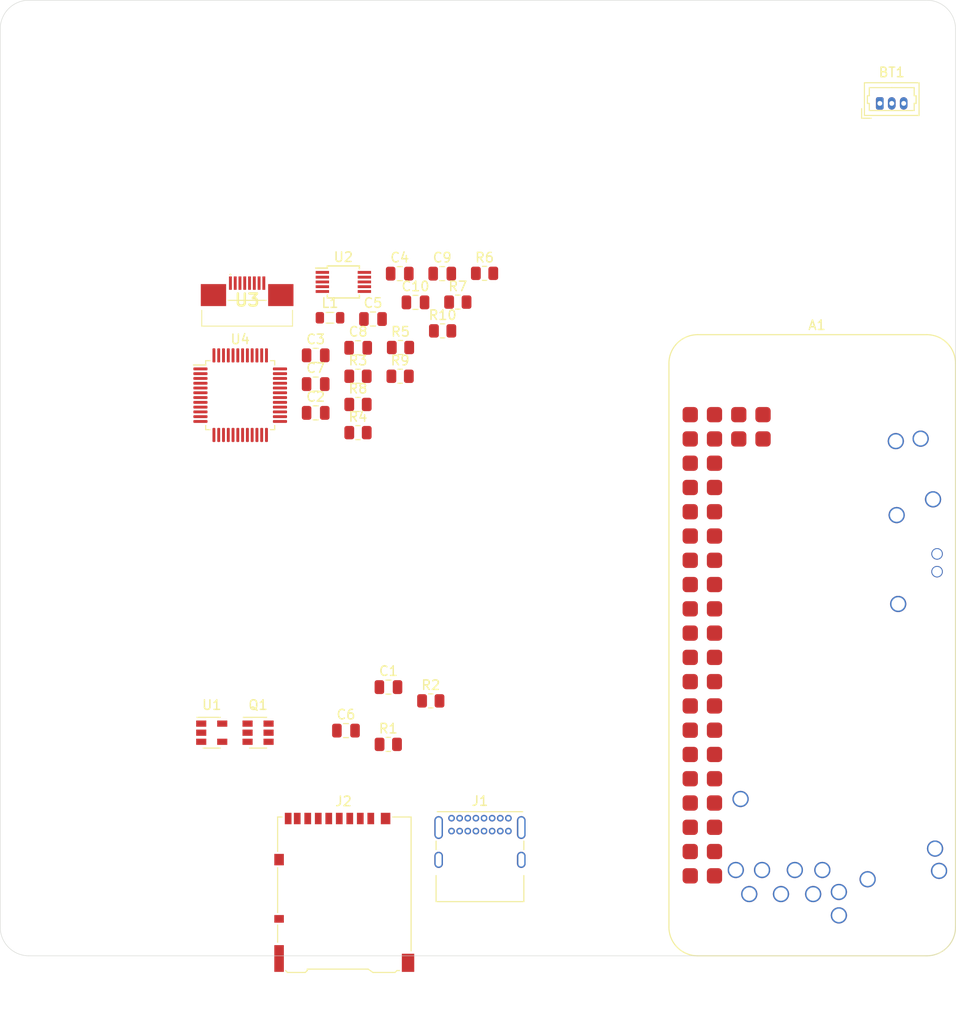
<source format=kicad_pcb>
(kicad_pcb (version 20171130) (host pcbnew "(5.1.9)-1")

  (general
    (thickness 1.6)
    (drawings 8)
    (tracks 0)
    (zones 0)
    (modules 30)
    (nets 117)
  )

  (page A4)
  (layers
    (0 F.Cu signal)
    (31 B.Cu signal)
    (32 B.Adhes user)
    (33 F.Adhes user)
    (34 B.Paste user)
    (35 F.Paste user)
    (36 B.SilkS user)
    (37 F.SilkS user)
    (38 B.Mask user)
    (39 F.Mask user)
    (40 Dwgs.User user)
    (41 Cmts.User user)
    (42 Eco1.User user)
    (43 Eco2.User user)
    (44 Edge.Cuts user)
    (45 Margin user)
    (46 B.CrtYd user)
    (47 F.CrtYd user)
    (48 B.Fab user)
    (49 F.Fab user)
  )

  (setup
    (last_trace_width 0.25)
    (trace_clearance 0.2)
    (zone_clearance 0.508)
    (zone_45_only no)
    (trace_min 0.2)
    (via_size 0.8)
    (via_drill 0.4)
    (via_min_size 0.4)
    (via_min_drill 0.3)
    (uvia_size 0.3)
    (uvia_drill 0.1)
    (uvias_allowed no)
    (uvia_min_size 0.2)
    (uvia_min_drill 0.1)
    (edge_width 0.05)
    (segment_width 0.2)
    (pcb_text_width 0.3)
    (pcb_text_size 1.5 1.5)
    (mod_edge_width 0.12)
    (mod_text_size 1 1)
    (mod_text_width 0.15)
    (pad_size 1.524 1.524)
    (pad_drill 0.762)
    (pad_to_mask_clearance 0.05)
    (aux_axis_origin 0 0)
    (visible_elements 7FFFFFFF)
    (pcbplotparams
      (layerselection 0x010fc_ffffffff)
      (usegerberextensions false)
      (usegerberattributes true)
      (usegerberadvancedattributes true)
      (creategerberjobfile true)
      (excludeedgelayer true)
      (linewidth 0.100000)
      (plotframeref false)
      (viasonmask false)
      (mode 1)
      (useauxorigin false)
      (hpglpennumber 1)
      (hpglpenspeed 20)
      (hpglpendiameter 15.000000)
      (psnegative false)
      (psa4output false)
      (plotreference true)
      (plotvalue true)
      (plotinvisibletext false)
      (padsonsilk false)
      (subtractmaskfromsilk false)
      (outputformat 1)
      (mirror false)
      (drillshape 1)
      (scaleselection 1)
      (outputdirectory ""))
  )

  (net 0 "")
  (net 1 "Net-(A1-PadPP1)")
  (net 2 "Net-(A1-PadPP40)")
  (net 3 "Net-(A1-PadPP38)")
  (net 4 "Net-(A1-PadPP37)")
  (net 5 "Net-(A1-PadPP20)")
  (net 6 "Net-(A1-PadPP39)")
  (net 7 "Net-(A1-PadPP36)")
  (net 8 "Net-(A1-Pad19)")
  (net 9 "Net-(A1-Pad18)")
  (net 10 "Net-(A1-Pad15)")
  (net 11 "Net-(A1-Pad16)")
  (net 12 "Net-(A1-Pad13)")
  (net 13 "Net-(A1-Pad8)")
  (net 14 "Net-(A1-Pad7)")
  (net 15 "Net-(A1-Pad11)")
  (net 16 "Net-(A1-Pad12)")
  (net 17 "Net-(A1-Pad10)")
  (net 18 "Net-(A1-Pad33)")
  (net 19 "Net-(A1-Pad38)")
  (net 20 "Net-(A1-Pad31)")
  (net 21 "Net-(A1-Pad28)")
  (net 22 "Net-(A1-Pad35)")
  (net 23 "Net-(A1-Pad26)")
  (net 24 "Net-(A1-Pad29)")
  (net 25 "Net-(A1-Pad37)")
  (net 26 "Net-(A1-Pad32)")
  (net 27 "Net-(A1-Pad36)")
  (net 28 "Net-(A1-Pad40)")
  (net 29 "Net-(A1-Pad27)")
  (net 30 "Net-(A1-Pad21)")
  (net 31 "Net-(A1-Pad23)")
  (net 32 "Net-(A1-Pad22)")
  (net 33 "Net-(A1-Pad24)")
  (net 34 "Net-(A1-PadTV1)")
  (net 35 GND)
  (net 36 USB_D+)
  (net 37 USB_D-)
  (net 38 SD_CMD)
  (net 39 SD_CD)
  (net 40 SD_DAT2)
  (net 41 SD_CLK)
  (net 42 SD_DAT0)
  (net 43 SD_DAT1)
  (net 44 +3V3)
  (net 45 RUN)
  (net 46 THERM)
  (net 47 -BATT)
  (net 48 +BATT)
  (net 49 "Net-(C1-Pad1)")
  (net 50 VBUS)
  (net 51 "Net-(Q1-Pad2)")
  (net 52 "Net-(Q1-Pad6)")
  (net 53 "Net-(Q1-Pad4)")
  (net 54 "Net-(R1-Pad2)")
  (net 55 CC2)
  (net 56 "Net-(J1-PadB8)")
  (net 57 "Net-(J1-PadA8)")
  (net 58 CC1)
  (net 59 "Net-(J2-Pad11)")
  (net 60 "Net-(J2-Pad10)")
  (net 61 "Net-(J2-Pad9)")
  (net 62 "Net-(A1-PadPP9)")
  (net 63 "Net-(A1-PadPP8)")
  (net 64 "Net-(A1-Pad17)")
  (net 65 I2C_SCL)
  (net 66 "Net-(A1-Pad1)")
  (net 67 "Net-(A1-Pad4)")
  (net 68 "Net-(A1-Pad2)")
  (net 69 I2C_SDA)
  (net 70 +3.3VA)
  (net 71 "Net-(D1-Pad1)")
  (net 72 "Net-(R3-Pad1)")
  (net 73 "Net-(D2-Pad1)")
  (net 74 "Net-(R4-Pad1)")
  (net 75 "Net-(D3-Pad1)")
  (net 76 "Net-(R5-Pad1)")
  (net 77 "Net-(R6-Pad2)")
  (net 78 "Net-(R7-Pad2)")
  (net 79 "Net-(R9-Pad2)")
  (net 80 "Net-(R10-Pad2)")
  (net 81 CW_MOSI)
  (net 82 CW_CLK)
  (net 83 "Net-(U4-Pad46)")
  (net 84 "Net-(U4-Pad45)")
  (net 85 "Net-(U4-Pad44)")
  (net 86 "Net-(U4-Pad41)")
  (net 87 "Net-(U4-Pad40)")
  (net 88 "Net-(U4-Pad39)")
  (net 89 "Net-(U4-Pad38)")
  (net 90 "Net-(U4-Pad37)")
  (net 91 "Net-(U4-Pad34)")
  (net 92 "Net-(U4-Pad33)")
  (net 93 "Net-(U4-Pad32)")
  (net 94 "Net-(U4-Pad31)")
  (net 95 "Net-(U4-Pad30)")
  (net 96 "Net-(U4-Pad29)")
  (net 97 "Net-(U4-Pad28)")
  (net 98 "Net-(U4-Pad27)")
  (net 99 "Net-(U4-Pad26)")
  (net 100 "Net-(U4-Pad25)")
  (net 101 "Net-(U4-Pad20)")
  (net 102 "Net-(U4-Pad19)")
  (net 103 "Net-(U4-Pad18)")
  (net 104 "Net-(U4-Pad16)")
  (net 105 "Net-(U4-Pad14)")
  (net 106 "Net-(U4-Pad13)")
  (net 107 "Net-(U4-Pad12)")
  (net 108 "Net-(U4-Pad11)")
  (net 109 "Net-(U4-Pad10)")
  (net 110 "Net-(U4-Pad7)")
  (net 111 "Net-(U4-Pad6)")
  (net 112 "Net-(U4-Pad5)")
  (net 113 "Net-(U4-Pad4)")
  (net 114 "Net-(U4-Pad3)")
  (net 115 "Net-(U4-Pad2)")
  (net 116 "Net-(U4-Pad1)")

  (net_class Default "This is the default net class."
    (clearance 0.2)
    (trace_width 0.25)
    (via_dia 0.8)
    (via_drill 0.4)
    (uvia_dia 0.3)
    (uvia_drill 0.1)
    (add_net +3.3VA)
    (add_net +3V3)
    (add_net +BATT)
    (add_net -BATT)
    (add_net CC1)
    (add_net CC2)
    (add_net CW_CLK)
    (add_net CW_MOSI)
    (add_net GND)
    (add_net I2C_SCL)
    (add_net I2C_SDA)
    (add_net "Net-(A1-Pad1)")
    (add_net "Net-(A1-Pad10)")
    (add_net "Net-(A1-Pad11)")
    (add_net "Net-(A1-Pad12)")
    (add_net "Net-(A1-Pad13)")
    (add_net "Net-(A1-Pad15)")
    (add_net "Net-(A1-Pad16)")
    (add_net "Net-(A1-Pad17)")
    (add_net "Net-(A1-Pad18)")
    (add_net "Net-(A1-Pad19)")
    (add_net "Net-(A1-Pad2)")
    (add_net "Net-(A1-Pad21)")
    (add_net "Net-(A1-Pad22)")
    (add_net "Net-(A1-Pad23)")
    (add_net "Net-(A1-Pad24)")
    (add_net "Net-(A1-Pad26)")
    (add_net "Net-(A1-Pad27)")
    (add_net "Net-(A1-Pad28)")
    (add_net "Net-(A1-Pad29)")
    (add_net "Net-(A1-Pad31)")
    (add_net "Net-(A1-Pad32)")
    (add_net "Net-(A1-Pad33)")
    (add_net "Net-(A1-Pad35)")
    (add_net "Net-(A1-Pad36)")
    (add_net "Net-(A1-Pad37)")
    (add_net "Net-(A1-Pad38)")
    (add_net "Net-(A1-Pad4)")
    (add_net "Net-(A1-Pad40)")
    (add_net "Net-(A1-Pad7)")
    (add_net "Net-(A1-Pad8)")
    (add_net "Net-(A1-PadPP1)")
    (add_net "Net-(A1-PadPP20)")
    (add_net "Net-(A1-PadPP36)")
    (add_net "Net-(A1-PadPP37)")
    (add_net "Net-(A1-PadPP38)")
    (add_net "Net-(A1-PadPP39)")
    (add_net "Net-(A1-PadPP40)")
    (add_net "Net-(A1-PadPP8)")
    (add_net "Net-(A1-PadPP9)")
    (add_net "Net-(A1-PadTV1)")
    (add_net "Net-(C1-Pad1)")
    (add_net "Net-(D1-Pad1)")
    (add_net "Net-(D2-Pad1)")
    (add_net "Net-(D3-Pad1)")
    (add_net "Net-(J1-PadA8)")
    (add_net "Net-(J1-PadB8)")
    (add_net "Net-(J2-Pad10)")
    (add_net "Net-(J2-Pad11)")
    (add_net "Net-(J2-Pad9)")
    (add_net "Net-(Q1-Pad2)")
    (add_net "Net-(Q1-Pad4)")
    (add_net "Net-(Q1-Pad6)")
    (add_net "Net-(R1-Pad2)")
    (add_net "Net-(R10-Pad2)")
    (add_net "Net-(R3-Pad1)")
    (add_net "Net-(R4-Pad1)")
    (add_net "Net-(R5-Pad1)")
    (add_net "Net-(R6-Pad2)")
    (add_net "Net-(R7-Pad2)")
    (add_net "Net-(R9-Pad2)")
    (add_net "Net-(U4-Pad1)")
    (add_net "Net-(U4-Pad10)")
    (add_net "Net-(U4-Pad11)")
    (add_net "Net-(U4-Pad12)")
    (add_net "Net-(U4-Pad13)")
    (add_net "Net-(U4-Pad14)")
    (add_net "Net-(U4-Pad16)")
    (add_net "Net-(U4-Pad18)")
    (add_net "Net-(U4-Pad19)")
    (add_net "Net-(U4-Pad2)")
    (add_net "Net-(U4-Pad20)")
    (add_net "Net-(U4-Pad25)")
    (add_net "Net-(U4-Pad26)")
    (add_net "Net-(U4-Pad27)")
    (add_net "Net-(U4-Pad28)")
    (add_net "Net-(U4-Pad29)")
    (add_net "Net-(U4-Pad3)")
    (add_net "Net-(U4-Pad30)")
    (add_net "Net-(U4-Pad31)")
    (add_net "Net-(U4-Pad32)")
    (add_net "Net-(U4-Pad33)")
    (add_net "Net-(U4-Pad34)")
    (add_net "Net-(U4-Pad37)")
    (add_net "Net-(U4-Pad38)")
    (add_net "Net-(U4-Pad39)")
    (add_net "Net-(U4-Pad4)")
    (add_net "Net-(U4-Pad40)")
    (add_net "Net-(U4-Pad41)")
    (add_net "Net-(U4-Pad44)")
    (add_net "Net-(U4-Pad45)")
    (add_net "Net-(U4-Pad46)")
    (add_net "Net-(U4-Pad5)")
    (add_net "Net-(U4-Pad6)")
    (add_net "Net-(U4-Pad7)")
    (add_net RUN)
    (add_net SD_CD)
    (add_net SD_CLK)
    (add_net SD_CMD)
    (add_net SD_DAT0)
    (add_net SD_DAT1)
    (add_net SD_DAT2)
    (add_net THERM)
    (add_net USB_D+)
    (add_net USB_D-)
    (add_net VBUS)
  )

  (module Package_QFP:LQFP-48_7x7mm_P0.5mm (layer F.Cu) (tedit 5D9F72AF) (tstamp 60B7656D)
    (at 25.12 41.33)
    (descr "LQFP, 48 Pin (https://www.analog.com/media/en/technical-documentation/data-sheets/ltc2358-16.pdf), generated with kicad-footprint-generator ipc_gullwing_generator.py")
    (tags "LQFP QFP")
    (path /609CCCE3)
    (attr smd)
    (fp_text reference U4 (at 0 -5.85) (layer F.SilkS)
      (effects (font (size 1 1) (thickness 0.15)))
    )
    (fp_text value STM32L051C8Tx (at 0 5.85) (layer F.Fab)
      (effects (font (size 1 1) (thickness 0.15)))
    )
    (fp_text user %R (at 0 0) (layer F.Fab)
      (effects (font (size 1 1) (thickness 0.15)))
    )
    (fp_line (start 3.16 3.61) (end 3.61 3.61) (layer F.SilkS) (width 0.12))
    (fp_line (start 3.61 3.61) (end 3.61 3.16) (layer F.SilkS) (width 0.12))
    (fp_line (start -3.16 3.61) (end -3.61 3.61) (layer F.SilkS) (width 0.12))
    (fp_line (start -3.61 3.61) (end -3.61 3.16) (layer F.SilkS) (width 0.12))
    (fp_line (start 3.16 -3.61) (end 3.61 -3.61) (layer F.SilkS) (width 0.12))
    (fp_line (start 3.61 -3.61) (end 3.61 -3.16) (layer F.SilkS) (width 0.12))
    (fp_line (start -3.16 -3.61) (end -3.61 -3.61) (layer F.SilkS) (width 0.12))
    (fp_line (start -3.61 -3.61) (end -3.61 -3.16) (layer F.SilkS) (width 0.12))
    (fp_line (start -3.61 -3.16) (end -4.9 -3.16) (layer F.SilkS) (width 0.12))
    (fp_line (start -2.5 -3.5) (end 3.5 -3.5) (layer F.Fab) (width 0.1))
    (fp_line (start 3.5 -3.5) (end 3.5 3.5) (layer F.Fab) (width 0.1))
    (fp_line (start 3.5 3.5) (end -3.5 3.5) (layer F.Fab) (width 0.1))
    (fp_line (start -3.5 3.5) (end -3.5 -2.5) (layer F.Fab) (width 0.1))
    (fp_line (start -3.5 -2.5) (end -2.5 -3.5) (layer F.Fab) (width 0.1))
    (fp_line (start 0 -5.15) (end -3.15 -5.15) (layer F.CrtYd) (width 0.05))
    (fp_line (start -3.15 -5.15) (end -3.15 -3.75) (layer F.CrtYd) (width 0.05))
    (fp_line (start -3.15 -3.75) (end -3.75 -3.75) (layer F.CrtYd) (width 0.05))
    (fp_line (start -3.75 -3.75) (end -3.75 -3.15) (layer F.CrtYd) (width 0.05))
    (fp_line (start -3.75 -3.15) (end -5.15 -3.15) (layer F.CrtYd) (width 0.05))
    (fp_line (start -5.15 -3.15) (end -5.15 0) (layer F.CrtYd) (width 0.05))
    (fp_line (start 0 -5.15) (end 3.15 -5.15) (layer F.CrtYd) (width 0.05))
    (fp_line (start 3.15 -5.15) (end 3.15 -3.75) (layer F.CrtYd) (width 0.05))
    (fp_line (start 3.15 -3.75) (end 3.75 -3.75) (layer F.CrtYd) (width 0.05))
    (fp_line (start 3.75 -3.75) (end 3.75 -3.15) (layer F.CrtYd) (width 0.05))
    (fp_line (start 3.75 -3.15) (end 5.15 -3.15) (layer F.CrtYd) (width 0.05))
    (fp_line (start 5.15 -3.15) (end 5.15 0) (layer F.CrtYd) (width 0.05))
    (fp_line (start 0 5.15) (end -3.15 5.15) (layer F.CrtYd) (width 0.05))
    (fp_line (start -3.15 5.15) (end -3.15 3.75) (layer F.CrtYd) (width 0.05))
    (fp_line (start -3.15 3.75) (end -3.75 3.75) (layer F.CrtYd) (width 0.05))
    (fp_line (start -3.75 3.75) (end -3.75 3.15) (layer F.CrtYd) (width 0.05))
    (fp_line (start -3.75 3.15) (end -5.15 3.15) (layer F.CrtYd) (width 0.05))
    (fp_line (start -5.15 3.15) (end -5.15 0) (layer F.CrtYd) (width 0.05))
    (fp_line (start 0 5.15) (end 3.15 5.15) (layer F.CrtYd) (width 0.05))
    (fp_line (start 3.15 5.15) (end 3.15 3.75) (layer F.CrtYd) (width 0.05))
    (fp_line (start 3.15 3.75) (end 3.75 3.75) (layer F.CrtYd) (width 0.05))
    (fp_line (start 3.75 3.75) (end 3.75 3.15) (layer F.CrtYd) (width 0.05))
    (fp_line (start 3.75 3.15) (end 5.15 3.15) (layer F.CrtYd) (width 0.05))
    (fp_line (start 5.15 3.15) (end 5.15 0) (layer F.CrtYd) (width 0.05))
    (pad 48 smd roundrect (at -2.75 -4.1625) (size 0.3 1.475) (layers F.Cu F.Paste F.Mask) (roundrect_rratio 0.25)
      (net 44 +3V3))
    (pad 47 smd roundrect (at -2.25 -4.1625) (size 0.3 1.475) (layers F.Cu F.Paste F.Mask) (roundrect_rratio 0.25)
      (net 35 GND))
    (pad 46 smd roundrect (at -1.75 -4.1625) (size 0.3 1.475) (layers F.Cu F.Paste F.Mask) (roundrect_rratio 0.25)
      (net 83 "Net-(U4-Pad46)"))
    (pad 45 smd roundrect (at -1.25 -4.1625) (size 0.3 1.475) (layers F.Cu F.Paste F.Mask) (roundrect_rratio 0.25)
      (net 84 "Net-(U4-Pad45)"))
    (pad 44 smd roundrect (at -0.75 -4.1625) (size 0.3 1.475) (layers F.Cu F.Paste F.Mask) (roundrect_rratio 0.25)
      (net 85 "Net-(U4-Pad44)"))
    (pad 43 smd roundrect (at -0.25 -4.1625) (size 0.3 1.475) (layers F.Cu F.Paste F.Mask) (roundrect_rratio 0.25)
      (net 69 I2C_SDA))
    (pad 42 smd roundrect (at 0.25 -4.1625) (size 0.3 1.475) (layers F.Cu F.Paste F.Mask) (roundrect_rratio 0.25)
      (net 65 I2C_SCL))
    (pad 41 smd roundrect (at 0.75 -4.1625) (size 0.3 1.475) (layers F.Cu F.Paste F.Mask) (roundrect_rratio 0.25)
      (net 86 "Net-(U4-Pad41)"))
    (pad 40 smd roundrect (at 1.25 -4.1625) (size 0.3 1.475) (layers F.Cu F.Paste F.Mask) (roundrect_rratio 0.25)
      (net 87 "Net-(U4-Pad40)"))
    (pad 39 smd roundrect (at 1.75 -4.1625) (size 0.3 1.475) (layers F.Cu F.Paste F.Mask) (roundrect_rratio 0.25)
      (net 88 "Net-(U4-Pad39)"))
    (pad 38 smd roundrect (at 2.25 -4.1625) (size 0.3 1.475) (layers F.Cu F.Paste F.Mask) (roundrect_rratio 0.25)
      (net 89 "Net-(U4-Pad38)"))
    (pad 37 smd roundrect (at 2.75 -4.1625) (size 0.3 1.475) (layers F.Cu F.Paste F.Mask) (roundrect_rratio 0.25)
      (net 90 "Net-(U4-Pad37)"))
    (pad 36 smd roundrect (at 4.1625 -2.75) (size 1.475 0.3) (layers F.Cu F.Paste F.Mask) (roundrect_rratio 0.25)
      (net 44 +3V3))
    (pad 35 smd roundrect (at 4.1625 -2.25) (size 1.475 0.3) (layers F.Cu F.Paste F.Mask) (roundrect_rratio 0.25)
      (net 35 GND))
    (pad 34 smd roundrect (at 4.1625 -1.75) (size 1.475 0.3) (layers F.Cu F.Paste F.Mask) (roundrect_rratio 0.25)
      (net 91 "Net-(U4-Pad34)"))
    (pad 33 smd roundrect (at 4.1625 -1.25) (size 1.475 0.3) (layers F.Cu F.Paste F.Mask) (roundrect_rratio 0.25)
      (net 92 "Net-(U4-Pad33)"))
    (pad 32 smd roundrect (at 4.1625 -0.75) (size 1.475 0.3) (layers F.Cu F.Paste F.Mask) (roundrect_rratio 0.25)
      (net 93 "Net-(U4-Pad32)"))
    (pad 31 smd roundrect (at 4.1625 -0.25) (size 1.475 0.3) (layers F.Cu F.Paste F.Mask) (roundrect_rratio 0.25)
      (net 94 "Net-(U4-Pad31)"))
    (pad 30 smd roundrect (at 4.1625 0.25) (size 1.475 0.3) (layers F.Cu F.Paste F.Mask) (roundrect_rratio 0.25)
      (net 95 "Net-(U4-Pad30)"))
    (pad 29 smd roundrect (at 4.1625 0.75) (size 1.475 0.3) (layers F.Cu F.Paste F.Mask) (roundrect_rratio 0.25)
      (net 96 "Net-(U4-Pad29)"))
    (pad 28 smd roundrect (at 4.1625 1.25) (size 1.475 0.3) (layers F.Cu F.Paste F.Mask) (roundrect_rratio 0.25)
      (net 97 "Net-(U4-Pad28)"))
    (pad 27 smd roundrect (at 4.1625 1.75) (size 1.475 0.3) (layers F.Cu F.Paste F.Mask) (roundrect_rratio 0.25)
      (net 98 "Net-(U4-Pad27)"))
    (pad 26 smd roundrect (at 4.1625 2.25) (size 1.475 0.3) (layers F.Cu F.Paste F.Mask) (roundrect_rratio 0.25)
      (net 99 "Net-(U4-Pad26)"))
    (pad 25 smd roundrect (at 4.1625 2.75) (size 1.475 0.3) (layers F.Cu F.Paste F.Mask) (roundrect_rratio 0.25)
      (net 100 "Net-(U4-Pad25)"))
    (pad 24 smd roundrect (at 2.75 4.1625) (size 0.3 1.475) (layers F.Cu F.Paste F.Mask) (roundrect_rratio 0.25)
      (net 44 +3V3))
    (pad 23 smd roundrect (at 2.25 4.1625) (size 0.3 1.475) (layers F.Cu F.Paste F.Mask) (roundrect_rratio 0.25)
      (net 35 GND))
    (pad 22 smd roundrect (at 1.75 4.1625) (size 0.3 1.475) (layers F.Cu F.Paste F.Mask) (roundrect_rratio 0.25)
      (net 69 I2C_SDA))
    (pad 21 smd roundrect (at 1.25 4.1625) (size 0.3 1.475) (layers F.Cu F.Paste F.Mask) (roundrect_rratio 0.25)
      (net 65 I2C_SCL))
    (pad 20 smd roundrect (at 0.75 4.1625) (size 0.3 1.475) (layers F.Cu F.Paste F.Mask) (roundrect_rratio 0.25)
      (net 101 "Net-(U4-Pad20)"))
    (pad 19 smd roundrect (at 0.25 4.1625) (size 0.3 1.475) (layers F.Cu F.Paste F.Mask) (roundrect_rratio 0.25)
      (net 102 "Net-(U4-Pad19)"))
    (pad 18 smd roundrect (at -0.25 4.1625) (size 0.3 1.475) (layers F.Cu F.Paste F.Mask) (roundrect_rratio 0.25)
      (net 103 "Net-(U4-Pad18)"))
    (pad 17 smd roundrect (at -0.75 4.1625) (size 0.3 1.475) (layers F.Cu F.Paste F.Mask) (roundrect_rratio 0.25)
      (net 81 CW_MOSI))
    (pad 16 smd roundrect (at -1.25 4.1625) (size 0.3 1.475) (layers F.Cu F.Paste F.Mask) (roundrect_rratio 0.25)
      (net 104 "Net-(U4-Pad16)"))
    (pad 15 smd roundrect (at -1.75 4.1625) (size 0.3 1.475) (layers F.Cu F.Paste F.Mask) (roundrect_rratio 0.25)
      (net 82 CW_CLK))
    (pad 14 smd roundrect (at -2.25 4.1625) (size 0.3 1.475) (layers F.Cu F.Paste F.Mask) (roundrect_rratio 0.25)
      (net 105 "Net-(U4-Pad14)"))
    (pad 13 smd roundrect (at -2.75 4.1625) (size 0.3 1.475) (layers F.Cu F.Paste F.Mask) (roundrect_rratio 0.25)
      (net 106 "Net-(U4-Pad13)"))
    (pad 12 smd roundrect (at -4.1625 2.75) (size 1.475 0.3) (layers F.Cu F.Paste F.Mask) (roundrect_rratio 0.25)
      (net 107 "Net-(U4-Pad12)"))
    (pad 11 smd roundrect (at -4.1625 2.25) (size 1.475 0.3) (layers F.Cu F.Paste F.Mask) (roundrect_rratio 0.25)
      (net 108 "Net-(U4-Pad11)"))
    (pad 10 smd roundrect (at -4.1625 1.75) (size 1.475 0.3) (layers F.Cu F.Paste F.Mask) (roundrect_rratio 0.25)
      (net 109 "Net-(U4-Pad10)"))
    (pad 9 smd roundrect (at -4.1625 1.25) (size 1.475 0.3) (layers F.Cu F.Paste F.Mask) (roundrect_rratio 0.25)
      (net 70 +3.3VA))
    (pad 8 smd roundrect (at -4.1625 0.75) (size 1.475 0.3) (layers F.Cu F.Paste F.Mask) (roundrect_rratio 0.25)
      (net 35 GND))
    (pad 7 smd roundrect (at -4.1625 0.25) (size 1.475 0.3) (layers F.Cu F.Paste F.Mask) (roundrect_rratio 0.25)
      (net 110 "Net-(U4-Pad7)"))
    (pad 6 smd roundrect (at -4.1625 -0.25) (size 1.475 0.3) (layers F.Cu F.Paste F.Mask) (roundrect_rratio 0.25)
      (net 111 "Net-(U4-Pad6)"))
    (pad 5 smd roundrect (at -4.1625 -0.75) (size 1.475 0.3) (layers F.Cu F.Paste F.Mask) (roundrect_rratio 0.25)
      (net 112 "Net-(U4-Pad5)"))
    (pad 4 smd roundrect (at -4.1625 -1.25) (size 1.475 0.3) (layers F.Cu F.Paste F.Mask) (roundrect_rratio 0.25)
      (net 113 "Net-(U4-Pad4)"))
    (pad 3 smd roundrect (at -4.1625 -1.75) (size 1.475 0.3) (layers F.Cu F.Paste F.Mask) (roundrect_rratio 0.25)
      (net 114 "Net-(U4-Pad3)"))
    (pad 2 smd roundrect (at -4.1625 -2.25) (size 1.475 0.3) (layers F.Cu F.Paste F.Mask) (roundrect_rratio 0.25)
      (net 115 "Net-(U4-Pad2)"))
    (pad 1 smd roundrect (at -4.1625 -2.75) (size 1.475 0.3) (layers F.Cu F.Paste F.Mask) (roundrect_rratio 0.25)
      (net 116 "Net-(U4-Pad1)"))
    (model ${KISYS3DMOD}/Package_QFP.3dshapes/LQFP-48_7x7mm_P0.5mm.wrl
      (at (xyz 0 0 0))
      (scale (xyz 1 1 1))
      (rotate (xyz 0 0 0))
    )
  )

  (module Gigahawk:SFV8R2STE1HLF (layer F.Cu) (tedit 5F65C802) (tstamp 60B76512)
    (at 25.845 31.38)
    (descr "FPC connector 0.5mm pitch 8pos top contact ")
    (tags Connector)
    (path /60918E59)
    (attr smd)
    (fp_text reference U3 (at 0 0) (layer F.SilkS)
      (effects (font (size 1.27 1.27) (thickness 0.254)))
    )
    (fp_text value IPOD4_CW (at 0 0) (layer F.SilkS) hide
      (effects (font (size 1.27 1.27) (thickness 0.254)))
    )
    (fp_arc (start -1.75 -2.675) (end -1.7 -2.675) (angle 180) (layer F.SilkS) (width 0.1))
    (fp_arc (start -1.75 -2.675) (end -1.8 -2.675) (angle 180) (layer F.SilkS) (width 0.1))
    (fp_text user %R (at 0 0) (layer F.Fab)
      (effects (font (size 1.27 1.27) (thickness 0.254)))
    )
    (fp_line (start -2 0.025) (end 2 0.025) (layer F.SilkS) (width 0.12))
    (fp_line (start -1.7 -2.675) (end -1.7 -2.675) (layer F.SilkS) (width 0.1))
    (fp_line (start -1.8 -2.675) (end -1.8 -2.675) (layer F.SilkS) (width 0.1))
    (fp_line (start 4.75 2.725) (end 4.75 1.065) (layer F.SilkS) (width 0.1))
    (fp_line (start -4.75 2.725) (end 4.75 2.725) (layer F.SilkS) (width 0.1))
    (fp_line (start -4.75 1.065) (end -4.75 2.725) (layer F.SilkS) (width 0.1))
    (fp_line (start -5.85 3.725) (end -5.85 -3.725) (layer F.CrtYd) (width 0.1))
    (fp_line (start 5.85 3.725) (end -5.85 3.725) (layer F.CrtYd) (width 0.1))
    (fp_line (start 5.85 -3.725) (end 5.85 3.725) (layer F.CrtYd) (width 0.1))
    (fp_line (start -5.85 -3.725) (end 5.85 -3.725) (layer F.CrtYd) (width 0.1))
    (fp_line (start -4.75 2.725) (end -4.75 -1.475) (layer F.Fab) (width 0.2))
    (fp_line (start 4.75 2.725) (end -4.75 2.725) (layer F.Fab) (width 0.2))
    (fp_line (start 4.75 -1.475) (end 4.75 2.725) (layer F.Fab) (width 0.2))
    (fp_line (start -4.75 -1.475) (end 4.75 -1.475) (layer F.Fab) (width 0.2))
    (pad M2 smd rect (at 3.525 -0.525 90) (size 2.3 2.65) (layers F.Cu F.Paste F.Mask))
    (pad M1 smd rect (at -3.525 -0.525 90) (size 2.3 2.65) (layers F.Cu F.Paste F.Mask))
    (pad 8 smd rect (at 1.75 -1.775) (size 0.3 1.4) (layers F.Cu F.Paste F.Mask)
      (net 35 GND))
    (pad 7 smd rect (at 1.25 -1.775) (size 0.3 1.4) (layers F.Cu F.Paste F.Mask)
      (net 79 "Net-(R9-Pad2)"))
    (pad 6 smd rect (at 0.75 -1.775) (size 0.3 1.4) (layers F.Cu F.Paste F.Mask)
      (net 81 CW_MOSI))
    (pad 5 smd rect (at 0.25 -1.775) (size 0.3 1.4) (layers F.Cu F.Paste F.Mask))
    (pad 4 smd rect (at -0.25 -1.775) (size 0.3 1.4) (layers F.Cu F.Paste F.Mask))
    (pad 3 smd rect (at -0.75 -1.775) (size 0.3 1.4) (layers F.Cu F.Paste F.Mask)
      (net 80 "Net-(R10-Pad2)"))
    (pad 2 smd rect (at -1.25 -1.775) (size 0.3 1.4) (layers F.Cu F.Paste F.Mask)
      (net 82 CW_CLK))
    (pad 1 smd rect (at -1.75 -1.775) (size 0.3 1.4) (layers F.Cu F.Paste F.Mask)
      (net 44 +3V3))
    (model ${KIPRJMOD}/Gigahawk.pretty/Gigahawk.3dshapes/SFV8R-2STE1HLF.stp
      (at (xyz 0 0 0))
      (scale (xyz 1 1 1))
      (rotate (xyz 0 0 0))
    )
  )

  (module Package_SO:MSOP-10_3x3mm_P0.5mm (layer F.Cu) (tedit 5A02F25C) (tstamp 60B764F3)
    (at 35.92 29.48)
    (descr "10-Lead Plastic Micro Small Outline Package (MS) [MSOP] (see Microchip Packaging Specification 00000049BS.pdf)")
    (tags "SSOP 0.5")
    (path /6099319D)
    (attr smd)
    (fp_text reference U2 (at 0 -2.6) (layer F.SilkS)
      (effects (font (size 1 1) (thickness 0.15)))
    )
    (fp_text value MCP73833-MSOP (at 0 2.6) (layer F.Fab)
      (effects (font (size 1 1) (thickness 0.15)))
    )
    (fp_text user %R (at 0 0) (layer F.Fab)
      (effects (font (size 0.6 0.6) (thickness 0.15)))
    )
    (fp_line (start -0.5 -1.5) (end 1.5 -1.5) (layer F.Fab) (width 0.15))
    (fp_line (start 1.5 -1.5) (end 1.5 1.5) (layer F.Fab) (width 0.15))
    (fp_line (start 1.5 1.5) (end -1.5 1.5) (layer F.Fab) (width 0.15))
    (fp_line (start -1.5 1.5) (end -1.5 -0.5) (layer F.Fab) (width 0.15))
    (fp_line (start -1.5 -0.5) (end -0.5 -1.5) (layer F.Fab) (width 0.15))
    (fp_line (start -3.15 -1.85) (end -3.15 1.85) (layer F.CrtYd) (width 0.05))
    (fp_line (start 3.15 -1.85) (end 3.15 1.85) (layer F.CrtYd) (width 0.05))
    (fp_line (start -3.15 -1.85) (end 3.15 -1.85) (layer F.CrtYd) (width 0.05))
    (fp_line (start -3.15 1.85) (end 3.15 1.85) (layer F.CrtYd) (width 0.05))
    (fp_line (start -1.675 -1.675) (end -1.675 -1.45) (layer F.SilkS) (width 0.15))
    (fp_line (start 1.675 -1.675) (end 1.675 -1.375) (layer F.SilkS) (width 0.15))
    (fp_line (start 1.675 1.675) (end 1.675 1.375) (layer F.SilkS) (width 0.15))
    (fp_line (start -1.675 1.675) (end -1.675 1.375) (layer F.SilkS) (width 0.15))
    (fp_line (start -1.675 -1.675) (end 1.675 -1.675) (layer F.SilkS) (width 0.15))
    (fp_line (start -1.675 1.675) (end 1.675 1.675) (layer F.SilkS) (width 0.15))
    (fp_line (start -1.675 -1.45) (end -2.9 -1.45) (layer F.SilkS) (width 0.15))
    (pad 10 smd rect (at 2.2 -1) (size 1.4 0.3) (layers F.Cu F.Paste F.Mask)
      (net 48 +BATT))
    (pad 9 smd rect (at 2.2 -0.5) (size 1.4 0.3) (layers F.Cu F.Paste F.Mask)
      (net 48 +BATT))
    (pad 8 smd rect (at 2.2 0) (size 1.4 0.3) (layers F.Cu F.Paste F.Mask)
      (net 78 "Net-(R7-Pad2)"))
    (pad 7 smd rect (at 2.2 0.5) (size 1.4 0.3) (layers F.Cu F.Paste F.Mask)
      (net 76 "Net-(R5-Pad1)"))
    (pad 6 smd rect (at 2.2 1) (size 1.4 0.3) (layers F.Cu F.Paste F.Mask)
      (net 77 "Net-(R6-Pad2)"))
    (pad 5 smd rect (at -2.2 1) (size 1.4 0.3) (layers F.Cu F.Paste F.Mask)
      (net 35 GND))
    (pad 4 smd rect (at -2.2 0.5) (size 1.4 0.3) (layers F.Cu F.Paste F.Mask)
      (net 74 "Net-(R4-Pad1)"))
    (pad 3 smd rect (at -2.2 0) (size 1.4 0.3) (layers F.Cu F.Paste F.Mask)
      (net 72 "Net-(R3-Pad1)"))
    (pad 2 smd rect (at -2.2 -0.5) (size 1.4 0.3) (layers F.Cu F.Paste F.Mask)
      (net 50 VBUS))
    (pad 1 smd rect (at -2.2 -1) (size 1.4 0.3) (layers F.Cu F.Paste F.Mask)
      (net 50 VBUS))
    (model ${KISYS3DMOD}/Package_SO.3dshapes/MSOP-10_3x3mm_P0.5mm.wrl
      (at (xyz 0 0 0))
      (scale (xyz 1 1 1))
      (rotate (xyz 0 0 0))
    )
  )

  (module Resistor_SMD:R_0805_2012Metric (layer F.Cu) (tedit 5F68FEEE) (tstamp 60B764AC)
    (at 46.31 34.6)
    (descr "Resistor SMD 0805 (2012 Metric), square (rectangular) end terminal, IPC_7351 nominal, (Body size source: IPC-SM-782 page 72, https://www.pcb-3d.com/wordpress/wp-content/uploads/ipc-sm-782a_amendment_1_and_2.pdf), generated with kicad-footprint-generator")
    (tags resistor)
    (path /60922924)
    (attr smd)
    (fp_text reference R10 (at 0 -1.65) (layer F.SilkS)
      (effects (font (size 1 1) (thickness 0.15)))
    )
    (fp_text value 10k (at 0 1.65) (layer F.Fab)
      (effects (font (size 1 1) (thickness 0.15)))
    )
    (fp_text user %R (at 0 0) (layer F.Fab)
      (effects (font (size 0.5 0.5) (thickness 0.08)))
    )
    (fp_line (start -1 0.625) (end -1 -0.625) (layer F.Fab) (width 0.1))
    (fp_line (start -1 -0.625) (end 1 -0.625) (layer F.Fab) (width 0.1))
    (fp_line (start 1 -0.625) (end 1 0.625) (layer F.Fab) (width 0.1))
    (fp_line (start 1 0.625) (end -1 0.625) (layer F.Fab) (width 0.1))
    (fp_line (start -0.227064 -0.735) (end 0.227064 -0.735) (layer F.SilkS) (width 0.12))
    (fp_line (start -0.227064 0.735) (end 0.227064 0.735) (layer F.SilkS) (width 0.12))
    (fp_line (start -1.68 0.95) (end -1.68 -0.95) (layer F.CrtYd) (width 0.05))
    (fp_line (start -1.68 -0.95) (end 1.68 -0.95) (layer F.CrtYd) (width 0.05))
    (fp_line (start 1.68 -0.95) (end 1.68 0.95) (layer F.CrtYd) (width 0.05))
    (fp_line (start 1.68 0.95) (end -1.68 0.95) (layer F.CrtYd) (width 0.05))
    (pad 2 smd roundrect (at 0.9125 0) (size 1.025 1.4) (layers F.Cu F.Paste F.Mask) (roundrect_rratio 0.243902)
      (net 80 "Net-(R10-Pad2)"))
    (pad 1 smd roundrect (at -0.9125 0) (size 1.025 1.4) (layers F.Cu F.Paste F.Mask) (roundrect_rratio 0.243902)
      (net 44 +3V3))
    (model ${KISYS3DMOD}/Resistor_SMD.3dshapes/R_0805_2012Metric.wrl
      (at (xyz 0 0 0))
      (scale (xyz 1 1 1))
      (rotate (xyz 0 0 0))
    )
  )

  (module Resistor_SMD:R_0805_2012Metric (layer F.Cu) (tedit 5F68FEEE) (tstamp 60B7649B)
    (at 41.86 39.35)
    (descr "Resistor SMD 0805 (2012 Metric), square (rectangular) end terminal, IPC_7351 nominal, (Body size source: IPC-SM-782 page 72, https://www.pcb-3d.com/wordpress/wp-content/uploads/ipc-sm-782a_amendment_1_and_2.pdf), generated with kicad-footprint-generator")
    (tags resistor)
    (path /60921552)
    (attr smd)
    (fp_text reference R9 (at 0 -1.65) (layer F.SilkS)
      (effects (font (size 1 1) (thickness 0.15)))
    )
    (fp_text value 10k (at 0 1.65) (layer F.Fab)
      (effects (font (size 1 1) (thickness 0.15)))
    )
    (fp_text user %R (at 0 0) (layer F.Fab)
      (effects (font (size 0.5 0.5) (thickness 0.08)))
    )
    (fp_line (start -1 0.625) (end -1 -0.625) (layer F.Fab) (width 0.1))
    (fp_line (start -1 -0.625) (end 1 -0.625) (layer F.Fab) (width 0.1))
    (fp_line (start 1 -0.625) (end 1 0.625) (layer F.Fab) (width 0.1))
    (fp_line (start 1 0.625) (end -1 0.625) (layer F.Fab) (width 0.1))
    (fp_line (start -0.227064 -0.735) (end 0.227064 -0.735) (layer F.SilkS) (width 0.12))
    (fp_line (start -0.227064 0.735) (end 0.227064 0.735) (layer F.SilkS) (width 0.12))
    (fp_line (start -1.68 0.95) (end -1.68 -0.95) (layer F.CrtYd) (width 0.05))
    (fp_line (start -1.68 -0.95) (end 1.68 -0.95) (layer F.CrtYd) (width 0.05))
    (fp_line (start 1.68 -0.95) (end 1.68 0.95) (layer F.CrtYd) (width 0.05))
    (fp_line (start 1.68 0.95) (end -1.68 0.95) (layer F.CrtYd) (width 0.05))
    (pad 2 smd roundrect (at 0.9125 0) (size 1.025 1.4) (layers F.Cu F.Paste F.Mask) (roundrect_rratio 0.243902)
      (net 79 "Net-(R9-Pad2)"))
    (pad 1 smd roundrect (at -0.9125 0) (size 1.025 1.4) (layers F.Cu F.Paste F.Mask) (roundrect_rratio 0.243902)
      (net 44 +3V3))
    (model ${KISYS3DMOD}/Resistor_SMD.3dshapes/R_0805_2012Metric.wrl
      (at (xyz 0 0 0))
      (scale (xyz 1 1 1))
      (rotate (xyz 0 0 0))
    )
  )

  (module Resistor_SMD:R_0805_2012Metric (layer F.Cu) (tedit 5F68FEEE) (tstamp 60B7648A)
    (at 37.45 42.3)
    (descr "Resistor SMD 0805 (2012 Metric), square (rectangular) end terminal, IPC_7351 nominal, (Body size source: IPC-SM-782 page 72, https://www.pcb-3d.com/wordpress/wp-content/uploads/ipc-sm-782a_amendment_1_and_2.pdf), generated with kicad-footprint-generator")
    (tags resistor)
    (path /60BCA147)
    (attr smd)
    (fp_text reference R8 (at 0 -1.65) (layer F.SilkS)
      (effects (font (size 1 1) (thickness 0.15)))
    )
    (fp_text value 69k8 (at 0 1.65) (layer F.Fab)
      (effects (font (size 1 1) (thickness 0.15)))
    )
    (fp_text user %R (at 0 0) (layer F.Fab)
      (effects (font (size 0.5 0.5) (thickness 0.08)))
    )
    (fp_line (start -1 0.625) (end -1 -0.625) (layer F.Fab) (width 0.1))
    (fp_line (start -1 -0.625) (end 1 -0.625) (layer F.Fab) (width 0.1))
    (fp_line (start 1 -0.625) (end 1 0.625) (layer F.Fab) (width 0.1))
    (fp_line (start 1 0.625) (end -1 0.625) (layer F.Fab) (width 0.1))
    (fp_line (start -0.227064 -0.735) (end 0.227064 -0.735) (layer F.SilkS) (width 0.12))
    (fp_line (start -0.227064 0.735) (end 0.227064 0.735) (layer F.SilkS) (width 0.12))
    (fp_line (start -1.68 0.95) (end -1.68 -0.95) (layer F.CrtYd) (width 0.05))
    (fp_line (start -1.68 -0.95) (end 1.68 -0.95) (layer F.CrtYd) (width 0.05))
    (fp_line (start 1.68 -0.95) (end 1.68 0.95) (layer F.CrtYd) (width 0.05))
    (fp_line (start 1.68 0.95) (end -1.68 0.95) (layer F.CrtYd) (width 0.05))
    (pad 2 smd roundrect (at 0.9125 0) (size 1.025 1.4) (layers F.Cu F.Paste F.Mask) (roundrect_rratio 0.243902)
      (net 46 THERM))
    (pad 1 smd roundrect (at -0.9125 0) (size 1.025 1.4) (layers F.Cu F.Paste F.Mask) (roundrect_rratio 0.243902)
      (net 35 GND))
    (model ${KISYS3DMOD}/Resistor_SMD.3dshapes/R_0805_2012Metric.wrl
      (at (xyz 0 0 0))
      (scale (xyz 1 1 1))
      (rotate (xyz 0 0 0))
    )
  )

  (module Resistor_SMD:R_0805_2012Metric (layer F.Cu) (tedit 5F68FEEE) (tstamp 60B76479)
    (at 47.9 31.59)
    (descr "Resistor SMD 0805 (2012 Metric), square (rectangular) end terminal, IPC_7351 nominal, (Body size source: IPC-SM-782 page 72, https://www.pcb-3d.com/wordpress/wp-content/uploads/ipc-sm-782a_amendment_1_and_2.pdf), generated with kicad-footprint-generator")
    (tags resistor)
    (path /60BC9979)
    (attr smd)
    (fp_text reference R7 (at 0 -1.65) (layer F.SilkS)
      (effects (font (size 1 1) (thickness 0.15)))
    )
    (fp_text value 1k54 (at 0 1.65) (layer F.Fab)
      (effects (font (size 1 1) (thickness 0.15)))
    )
    (fp_text user %R (at 0 0) (layer F.Fab)
      (effects (font (size 0.5 0.5) (thickness 0.08)))
    )
    (fp_line (start -1 0.625) (end -1 -0.625) (layer F.Fab) (width 0.1))
    (fp_line (start -1 -0.625) (end 1 -0.625) (layer F.Fab) (width 0.1))
    (fp_line (start 1 -0.625) (end 1 0.625) (layer F.Fab) (width 0.1))
    (fp_line (start 1 0.625) (end -1 0.625) (layer F.Fab) (width 0.1))
    (fp_line (start -0.227064 -0.735) (end 0.227064 -0.735) (layer F.SilkS) (width 0.12))
    (fp_line (start -0.227064 0.735) (end 0.227064 0.735) (layer F.SilkS) (width 0.12))
    (fp_line (start -1.68 0.95) (end -1.68 -0.95) (layer F.CrtYd) (width 0.05))
    (fp_line (start -1.68 -0.95) (end 1.68 -0.95) (layer F.CrtYd) (width 0.05))
    (fp_line (start 1.68 -0.95) (end 1.68 0.95) (layer F.CrtYd) (width 0.05))
    (fp_line (start 1.68 0.95) (end -1.68 0.95) (layer F.CrtYd) (width 0.05))
    (pad 2 smd roundrect (at 0.9125 0) (size 1.025 1.4) (layers F.Cu F.Paste F.Mask) (roundrect_rratio 0.243902)
      (net 78 "Net-(R7-Pad2)"))
    (pad 1 smd roundrect (at -0.9125 0) (size 1.025 1.4) (layers F.Cu F.Paste F.Mask) (roundrect_rratio 0.243902)
      (net 46 THERM))
    (model ${KISYS3DMOD}/Resistor_SMD.3dshapes/R_0805_2012Metric.wrl
      (at (xyz 0 0 0))
      (scale (xyz 1 1 1))
      (rotate (xyz 0 0 0))
    )
  )

  (module Resistor_SMD:R_0805_2012Metric (layer F.Cu) (tedit 5F68FEEE) (tstamp 60B76468)
    (at 50.7 28.58)
    (descr "Resistor SMD 0805 (2012 Metric), square (rectangular) end terminal, IPC_7351 nominal, (Body size source: IPC-SM-782 page 72, https://www.pcb-3d.com/wordpress/wp-content/uploads/ipc-sm-782a_amendment_1_and_2.pdf), generated with kicad-footprint-generator")
    (tags resistor)
    (path /60B73D3F)
    (attr smd)
    (fp_text reference R6 (at 0 -1.65) (layer F.SilkS)
      (effects (font (size 1 1) (thickness 0.15)))
    )
    (fp_text value 2k (at 0 1.65) (layer F.Fab)
      (effects (font (size 1 1) (thickness 0.15)))
    )
    (fp_text user %R (at 0 0) (layer F.Fab)
      (effects (font (size 0.5 0.5) (thickness 0.08)))
    )
    (fp_line (start -1 0.625) (end -1 -0.625) (layer F.Fab) (width 0.1))
    (fp_line (start -1 -0.625) (end 1 -0.625) (layer F.Fab) (width 0.1))
    (fp_line (start 1 -0.625) (end 1 0.625) (layer F.Fab) (width 0.1))
    (fp_line (start 1 0.625) (end -1 0.625) (layer F.Fab) (width 0.1))
    (fp_line (start -0.227064 -0.735) (end 0.227064 -0.735) (layer F.SilkS) (width 0.12))
    (fp_line (start -0.227064 0.735) (end 0.227064 0.735) (layer F.SilkS) (width 0.12))
    (fp_line (start -1.68 0.95) (end -1.68 -0.95) (layer F.CrtYd) (width 0.05))
    (fp_line (start -1.68 -0.95) (end 1.68 -0.95) (layer F.CrtYd) (width 0.05))
    (fp_line (start 1.68 -0.95) (end 1.68 0.95) (layer F.CrtYd) (width 0.05))
    (fp_line (start 1.68 0.95) (end -1.68 0.95) (layer F.CrtYd) (width 0.05))
    (pad 2 smd roundrect (at 0.9125 0) (size 1.025 1.4) (layers F.Cu F.Paste F.Mask) (roundrect_rratio 0.243902)
      (net 77 "Net-(R6-Pad2)"))
    (pad 1 smd roundrect (at -0.9125 0) (size 1.025 1.4) (layers F.Cu F.Paste F.Mask) (roundrect_rratio 0.243902)
      (net 35 GND))
    (model ${KISYS3DMOD}/Resistor_SMD.3dshapes/R_0805_2012Metric.wrl
      (at (xyz 0 0 0))
      (scale (xyz 1 1 1))
      (rotate (xyz 0 0 0))
    )
  )

  (module Resistor_SMD:R_0805_2012Metric (layer F.Cu) (tedit 5F68FEEE) (tstamp 60B76457)
    (at 41.9 36.34)
    (descr "Resistor SMD 0805 (2012 Metric), square (rectangular) end terminal, IPC_7351 nominal, (Body size source: IPC-SM-782 page 72, https://www.pcb-3d.com/wordpress/wp-content/uploads/ipc-sm-782a_amendment_1_and_2.pdf), generated with kicad-footprint-generator")
    (tags resistor)
    (path /60A1E81D)
    (attr smd)
    (fp_text reference R5 (at 0 -1.65) (layer F.SilkS)
      (effects (font (size 1 1) (thickness 0.15)))
    )
    (fp_text value 300R (at 0 1.65) (layer F.Fab)
      (effects (font (size 1 1) (thickness 0.15)))
    )
    (fp_text user %R (at 0 0) (layer F.Fab)
      (effects (font (size 0.5 0.5) (thickness 0.08)))
    )
    (fp_line (start -1 0.625) (end -1 -0.625) (layer F.Fab) (width 0.1))
    (fp_line (start -1 -0.625) (end 1 -0.625) (layer F.Fab) (width 0.1))
    (fp_line (start 1 -0.625) (end 1 0.625) (layer F.Fab) (width 0.1))
    (fp_line (start 1 0.625) (end -1 0.625) (layer F.Fab) (width 0.1))
    (fp_line (start -0.227064 -0.735) (end 0.227064 -0.735) (layer F.SilkS) (width 0.12))
    (fp_line (start -0.227064 0.735) (end 0.227064 0.735) (layer F.SilkS) (width 0.12))
    (fp_line (start -1.68 0.95) (end -1.68 -0.95) (layer F.CrtYd) (width 0.05))
    (fp_line (start -1.68 -0.95) (end 1.68 -0.95) (layer F.CrtYd) (width 0.05))
    (fp_line (start 1.68 -0.95) (end 1.68 0.95) (layer F.CrtYd) (width 0.05))
    (fp_line (start 1.68 0.95) (end -1.68 0.95) (layer F.CrtYd) (width 0.05))
    (pad 2 smd roundrect (at 0.9125 0) (size 1.025 1.4) (layers F.Cu F.Paste F.Mask) (roundrect_rratio 0.243902)
      (net 75 "Net-(D3-Pad1)"))
    (pad 1 smd roundrect (at -0.9125 0) (size 1.025 1.4) (layers F.Cu F.Paste F.Mask) (roundrect_rratio 0.243902)
      (net 76 "Net-(R5-Pad1)"))
    (model ${KISYS3DMOD}/Resistor_SMD.3dshapes/R_0805_2012Metric.wrl
      (at (xyz 0 0 0))
      (scale (xyz 1 1 1))
      (rotate (xyz 0 0 0))
    )
  )

  (module Resistor_SMD:R_0805_2012Metric (layer F.Cu) (tedit 5F68FEEE) (tstamp 60B76446)
    (at 37.45 45.25)
    (descr "Resistor SMD 0805 (2012 Metric), square (rectangular) end terminal, IPC_7351 nominal, (Body size source: IPC-SM-782 page 72, https://www.pcb-3d.com/wordpress/wp-content/uploads/ipc-sm-782a_amendment_1_and_2.pdf), generated with kicad-footprint-generator")
    (tags resistor)
    (path /60A14454)
    (attr smd)
    (fp_text reference R4 (at 0 -1.65) (layer F.SilkS)
      (effects (font (size 1 1) (thickness 0.15)))
    )
    (fp_text value 290R (at 0 1.65) (layer F.Fab)
      (effects (font (size 1 1) (thickness 0.15)))
    )
    (fp_text user %R (at 0 0) (layer F.Fab)
      (effects (font (size 0.5 0.5) (thickness 0.08)))
    )
    (fp_line (start -1 0.625) (end -1 -0.625) (layer F.Fab) (width 0.1))
    (fp_line (start -1 -0.625) (end 1 -0.625) (layer F.Fab) (width 0.1))
    (fp_line (start 1 -0.625) (end 1 0.625) (layer F.Fab) (width 0.1))
    (fp_line (start 1 0.625) (end -1 0.625) (layer F.Fab) (width 0.1))
    (fp_line (start -0.227064 -0.735) (end 0.227064 -0.735) (layer F.SilkS) (width 0.12))
    (fp_line (start -0.227064 0.735) (end 0.227064 0.735) (layer F.SilkS) (width 0.12))
    (fp_line (start -1.68 0.95) (end -1.68 -0.95) (layer F.CrtYd) (width 0.05))
    (fp_line (start -1.68 -0.95) (end 1.68 -0.95) (layer F.CrtYd) (width 0.05))
    (fp_line (start 1.68 -0.95) (end 1.68 0.95) (layer F.CrtYd) (width 0.05))
    (fp_line (start 1.68 0.95) (end -1.68 0.95) (layer F.CrtYd) (width 0.05))
    (pad 2 smd roundrect (at 0.9125 0) (size 1.025 1.4) (layers F.Cu F.Paste F.Mask) (roundrect_rratio 0.243902)
      (net 73 "Net-(D2-Pad1)"))
    (pad 1 smd roundrect (at -0.9125 0) (size 1.025 1.4) (layers F.Cu F.Paste F.Mask) (roundrect_rratio 0.243902)
      (net 74 "Net-(R4-Pad1)"))
    (model ${KISYS3DMOD}/Resistor_SMD.3dshapes/R_0805_2012Metric.wrl
      (at (xyz 0 0 0))
      (scale (xyz 1 1 1))
      (rotate (xyz 0 0 0))
    )
  )

  (module Resistor_SMD:R_0805_2012Metric (layer F.Cu) (tedit 5F68FEEE) (tstamp 60B76435)
    (at 37.45 39.35)
    (descr "Resistor SMD 0805 (2012 Metric), square (rectangular) end terminal, IPC_7351 nominal, (Body size source: IPC-SM-782 page 72, https://www.pcb-3d.com/wordpress/wp-content/uploads/ipc-sm-782a_amendment_1_and_2.pdf), generated with kicad-footprint-generator")
    (tags resistor)
    (path /60A098D8)
    (attr smd)
    (fp_text reference R3 (at 0 -1.65) (layer F.SilkS)
      (effects (font (size 1 1) (thickness 0.15)))
    )
    (fp_text value 140R (at 0 1.65) (layer F.Fab)
      (effects (font (size 1 1) (thickness 0.15)))
    )
    (fp_text user %R (at 0 0) (layer F.Fab)
      (effects (font (size 0.5 0.5) (thickness 0.08)))
    )
    (fp_line (start -1 0.625) (end -1 -0.625) (layer F.Fab) (width 0.1))
    (fp_line (start -1 -0.625) (end 1 -0.625) (layer F.Fab) (width 0.1))
    (fp_line (start 1 -0.625) (end 1 0.625) (layer F.Fab) (width 0.1))
    (fp_line (start 1 0.625) (end -1 0.625) (layer F.Fab) (width 0.1))
    (fp_line (start -0.227064 -0.735) (end 0.227064 -0.735) (layer F.SilkS) (width 0.12))
    (fp_line (start -0.227064 0.735) (end 0.227064 0.735) (layer F.SilkS) (width 0.12))
    (fp_line (start -1.68 0.95) (end -1.68 -0.95) (layer F.CrtYd) (width 0.05))
    (fp_line (start -1.68 -0.95) (end 1.68 -0.95) (layer F.CrtYd) (width 0.05))
    (fp_line (start 1.68 -0.95) (end 1.68 0.95) (layer F.CrtYd) (width 0.05))
    (fp_line (start 1.68 0.95) (end -1.68 0.95) (layer F.CrtYd) (width 0.05))
    (pad 2 smd roundrect (at 0.9125 0) (size 1.025 1.4) (layers F.Cu F.Paste F.Mask) (roundrect_rratio 0.243902)
      (net 71 "Net-(D1-Pad1)"))
    (pad 1 smd roundrect (at -0.9125 0) (size 1.025 1.4) (layers F.Cu F.Paste F.Mask) (roundrect_rratio 0.243902)
      (net 72 "Net-(R3-Pad1)"))
    (model ${KISYS3DMOD}/Resistor_SMD.3dshapes/R_0805_2012Metric.wrl
      (at (xyz 0 0 0))
      (scale (xyz 1 1 1))
      (rotate (xyz 0 0 0))
    )
  )

  (module Inductor_SMD:L_0805_2012Metric (layer F.Cu) (tedit 5F68FEF0) (tstamp 60B763BA)
    (at 34.52 33.23)
    (descr "Inductor SMD 0805 (2012 Metric), square (rectangular) end terminal, IPC_7351 nominal, (Body size source: IPC-SM-782 page 80, https://www.pcb-3d.com/wordpress/wp-content/uploads/ipc-sm-782a_amendment_1_and_2.pdf), generated with kicad-footprint-generator")
    (tags inductor)
    (path /60A5C860)
    (attr smd)
    (fp_text reference L1 (at 0 -1.55) (layer F.SilkS)
      (effects (font (size 1 1) (thickness 0.15)))
    )
    (fp_text value 27n (at 0 1.55) (layer F.Fab)
      (effects (font (size 1 1) (thickness 0.15)))
    )
    (fp_text user %R (at 0 0) (layer F.Fab)
      (effects (font (size 0.5 0.5) (thickness 0.08)))
    )
    (fp_line (start -1 0.45) (end -1 -0.45) (layer F.Fab) (width 0.1))
    (fp_line (start -1 -0.45) (end 1 -0.45) (layer F.Fab) (width 0.1))
    (fp_line (start 1 -0.45) (end 1 0.45) (layer F.Fab) (width 0.1))
    (fp_line (start 1 0.45) (end -1 0.45) (layer F.Fab) (width 0.1))
    (fp_line (start -0.399622 -0.56) (end 0.399622 -0.56) (layer F.SilkS) (width 0.12))
    (fp_line (start -0.399622 0.56) (end 0.399622 0.56) (layer F.SilkS) (width 0.12))
    (fp_line (start -1.75 0.85) (end -1.75 -0.85) (layer F.CrtYd) (width 0.05))
    (fp_line (start -1.75 -0.85) (end 1.75 -0.85) (layer F.CrtYd) (width 0.05))
    (fp_line (start 1.75 -0.85) (end 1.75 0.85) (layer F.CrtYd) (width 0.05))
    (fp_line (start 1.75 0.85) (end -1.75 0.85) (layer F.CrtYd) (width 0.05))
    (pad 2 smd roundrect (at 1.0625 0) (size 0.875 1.2) (layers F.Cu F.Paste F.Mask) (roundrect_rratio 0.25)
      (net 70 +3.3VA))
    (pad 1 smd roundrect (at -1.0625 0) (size 0.875 1.2) (layers F.Cu F.Paste F.Mask) (roundrect_rratio 0.25)
      (net 44 +3V3))
    (model ${KISYS3DMOD}/Inductor_SMD.3dshapes/L_0805_2012Metric.wrl
      (at (xyz 0 0 0))
      (scale (xyz 1 1 1))
      (rotate (xyz 0 0 0))
    )
  )

  (module Capacitor_SMD:C_0805_2012Metric (layer F.Cu) (tedit 5F68FEEE) (tstamp 60B76257)
    (at 43.47 31.62)
    (descr "Capacitor SMD 0805 (2012 Metric), square (rectangular) end terminal, IPC_7351 nominal, (Body size source: IPC-SM-782 page 76, https://www.pcb-3d.com/wordpress/wp-content/uploads/ipc-sm-782a_amendment_1_and_2.pdf, https://docs.google.com/spreadsheets/d/1BsfQQcO9C6DZCsRaXUlFlo91Tg2WpOkGARC1WS5S8t0/edit?usp=sharing), generated with kicad-footprint-generator")
    (tags capacitor)
    (path /60A6791E)
    (attr smd)
    (fp_text reference C10 (at 0 -1.68) (layer F.SilkS)
      (effects (font (size 1 1) (thickness 0.15)))
    )
    (fp_text value 100n (at 0 1.68) (layer F.Fab)
      (effects (font (size 1 1) (thickness 0.15)))
    )
    (fp_text user %R (at 0 0) (layer F.Fab)
      (effects (font (size 0.5 0.5) (thickness 0.08)))
    )
    (fp_line (start -1 0.625) (end -1 -0.625) (layer F.Fab) (width 0.1))
    (fp_line (start -1 -0.625) (end 1 -0.625) (layer F.Fab) (width 0.1))
    (fp_line (start 1 -0.625) (end 1 0.625) (layer F.Fab) (width 0.1))
    (fp_line (start 1 0.625) (end -1 0.625) (layer F.Fab) (width 0.1))
    (fp_line (start -0.261252 -0.735) (end 0.261252 -0.735) (layer F.SilkS) (width 0.12))
    (fp_line (start -0.261252 0.735) (end 0.261252 0.735) (layer F.SilkS) (width 0.12))
    (fp_line (start -1.7 0.98) (end -1.7 -0.98) (layer F.CrtYd) (width 0.05))
    (fp_line (start -1.7 -0.98) (end 1.7 -0.98) (layer F.CrtYd) (width 0.05))
    (fp_line (start 1.7 -0.98) (end 1.7 0.98) (layer F.CrtYd) (width 0.05))
    (fp_line (start 1.7 0.98) (end -1.7 0.98) (layer F.CrtYd) (width 0.05))
    (pad 2 smd roundrect (at 0.95 0) (size 1 1.45) (layers F.Cu F.Paste F.Mask) (roundrect_rratio 0.25)
      (net 35 GND))
    (pad 1 smd roundrect (at -0.95 0) (size 1 1.45) (layers F.Cu F.Paste F.Mask) (roundrect_rratio 0.25)
      (net 70 +3.3VA))
    (model ${KISYS3DMOD}/Capacitor_SMD.3dshapes/C_0805_2012Metric.wrl
      (at (xyz 0 0 0))
      (scale (xyz 1 1 1))
      (rotate (xyz 0 0 0))
    )
  )

  (module Capacitor_SMD:C_0805_2012Metric (layer F.Cu) (tedit 5F68FEEE) (tstamp 60B76246)
    (at 46.27 28.61)
    (descr "Capacitor SMD 0805 (2012 Metric), square (rectangular) end terminal, IPC_7351 nominal, (Body size source: IPC-SM-782 page 76, https://www.pcb-3d.com/wordpress/wp-content/uploads/ipc-sm-782a_amendment_1_and_2.pdf, https://docs.google.com/spreadsheets/d/1BsfQQcO9C6DZCsRaXUlFlo91Tg2WpOkGARC1WS5S8t0/edit?usp=sharing), generated with kicad-footprint-generator")
    (tags capacitor)
    (path /60A66D6F)
    (attr smd)
    (fp_text reference C9 (at 0 -1.68) (layer F.SilkS)
      (effects (font (size 1 1) (thickness 0.15)))
    )
    (fp_text value 1u (at 0 1.68) (layer F.Fab)
      (effects (font (size 1 1) (thickness 0.15)))
    )
    (fp_text user %R (at 0 0) (layer F.Fab)
      (effects (font (size 0.5 0.5) (thickness 0.08)))
    )
    (fp_line (start -1 0.625) (end -1 -0.625) (layer F.Fab) (width 0.1))
    (fp_line (start -1 -0.625) (end 1 -0.625) (layer F.Fab) (width 0.1))
    (fp_line (start 1 -0.625) (end 1 0.625) (layer F.Fab) (width 0.1))
    (fp_line (start 1 0.625) (end -1 0.625) (layer F.Fab) (width 0.1))
    (fp_line (start -0.261252 -0.735) (end 0.261252 -0.735) (layer F.SilkS) (width 0.12))
    (fp_line (start -0.261252 0.735) (end 0.261252 0.735) (layer F.SilkS) (width 0.12))
    (fp_line (start -1.7 0.98) (end -1.7 -0.98) (layer F.CrtYd) (width 0.05))
    (fp_line (start -1.7 -0.98) (end 1.7 -0.98) (layer F.CrtYd) (width 0.05))
    (fp_line (start 1.7 -0.98) (end 1.7 0.98) (layer F.CrtYd) (width 0.05))
    (fp_line (start 1.7 0.98) (end -1.7 0.98) (layer F.CrtYd) (width 0.05))
    (pad 2 smd roundrect (at 0.95 0) (size 1 1.45) (layers F.Cu F.Paste F.Mask) (roundrect_rratio 0.25)
      (net 35 GND))
    (pad 1 smd roundrect (at -0.95 0) (size 1 1.45) (layers F.Cu F.Paste F.Mask) (roundrect_rratio 0.25)
      (net 70 +3.3VA))
    (model ${KISYS3DMOD}/Capacitor_SMD.3dshapes/C_0805_2012Metric.wrl
      (at (xyz 0 0 0))
      (scale (xyz 1 1 1))
      (rotate (xyz 0 0 0))
    )
  )

  (module Capacitor_SMD:C_0805_2012Metric (layer F.Cu) (tedit 5F68FEEE) (tstamp 60B76235)
    (at 37.47 36.37)
    (descr "Capacitor SMD 0805 (2012 Metric), square (rectangular) end terminal, IPC_7351 nominal, (Body size source: IPC-SM-782 page 76, https://www.pcb-3d.com/wordpress/wp-content/uploads/ipc-sm-782a_amendment_1_and_2.pdf, https://docs.google.com/spreadsheets/d/1BsfQQcO9C6DZCsRaXUlFlo91Tg2WpOkGARC1WS5S8t0/edit?usp=sharing), generated with kicad-footprint-generator")
    (tags capacitor)
    (path /60A0A38F)
    (attr smd)
    (fp_text reference C8 (at 0 -1.68) (layer F.SilkS)
      (effects (font (size 1 1) (thickness 0.15)))
    )
    (fp_text value 100n (at 0 1.68) (layer F.Fab)
      (effects (font (size 1 1) (thickness 0.15)))
    )
    (fp_text user %R (at 0 0) (layer F.Fab)
      (effects (font (size 0.5 0.5) (thickness 0.08)))
    )
    (fp_line (start -1 0.625) (end -1 -0.625) (layer F.Fab) (width 0.1))
    (fp_line (start -1 -0.625) (end 1 -0.625) (layer F.Fab) (width 0.1))
    (fp_line (start 1 -0.625) (end 1 0.625) (layer F.Fab) (width 0.1))
    (fp_line (start 1 0.625) (end -1 0.625) (layer F.Fab) (width 0.1))
    (fp_line (start -0.261252 -0.735) (end 0.261252 -0.735) (layer F.SilkS) (width 0.12))
    (fp_line (start -0.261252 0.735) (end 0.261252 0.735) (layer F.SilkS) (width 0.12))
    (fp_line (start -1.7 0.98) (end -1.7 -0.98) (layer F.CrtYd) (width 0.05))
    (fp_line (start -1.7 -0.98) (end 1.7 -0.98) (layer F.CrtYd) (width 0.05))
    (fp_line (start 1.7 -0.98) (end 1.7 0.98) (layer F.CrtYd) (width 0.05))
    (fp_line (start 1.7 0.98) (end -1.7 0.98) (layer F.CrtYd) (width 0.05))
    (pad 2 smd roundrect (at 0.95 0) (size 1 1.45) (layers F.Cu F.Paste F.Mask) (roundrect_rratio 0.25)
      (net 35 GND))
    (pad 1 smd roundrect (at -0.95 0) (size 1 1.45) (layers F.Cu F.Paste F.Mask) (roundrect_rratio 0.25)
      (net 44 +3V3))
    (model ${KISYS3DMOD}/Capacitor_SMD.3dshapes/C_0805_2012Metric.wrl
      (at (xyz 0 0 0))
      (scale (xyz 1 1 1))
      (rotate (xyz 0 0 0))
    )
  )

  (module Capacitor_SMD:C_0805_2012Metric (layer F.Cu) (tedit 5F68FEEE) (tstamp 60B76224)
    (at 33.02 40.17)
    (descr "Capacitor SMD 0805 (2012 Metric), square (rectangular) end terminal, IPC_7351 nominal, (Body size source: IPC-SM-782 page 76, https://www.pcb-3d.com/wordpress/wp-content/uploads/ipc-sm-782a_amendment_1_and_2.pdf, https://docs.google.com/spreadsheets/d/1BsfQQcO9C6DZCsRaXUlFlo91Tg2WpOkGARC1WS5S8t0/edit?usp=sharing), generated with kicad-footprint-generator")
    (tags capacitor)
    (path /60A0A1EC)
    (attr smd)
    (fp_text reference C7 (at 0 -1.68) (layer F.SilkS)
      (effects (font (size 1 1) (thickness 0.15)))
    )
    (fp_text value 100n (at 0 1.68) (layer F.Fab)
      (effects (font (size 1 1) (thickness 0.15)))
    )
    (fp_text user %R (at 0 0) (layer F.Fab)
      (effects (font (size 0.5 0.5) (thickness 0.08)))
    )
    (fp_line (start -1 0.625) (end -1 -0.625) (layer F.Fab) (width 0.1))
    (fp_line (start -1 -0.625) (end 1 -0.625) (layer F.Fab) (width 0.1))
    (fp_line (start 1 -0.625) (end 1 0.625) (layer F.Fab) (width 0.1))
    (fp_line (start 1 0.625) (end -1 0.625) (layer F.Fab) (width 0.1))
    (fp_line (start -0.261252 -0.735) (end 0.261252 -0.735) (layer F.SilkS) (width 0.12))
    (fp_line (start -0.261252 0.735) (end 0.261252 0.735) (layer F.SilkS) (width 0.12))
    (fp_line (start -1.7 0.98) (end -1.7 -0.98) (layer F.CrtYd) (width 0.05))
    (fp_line (start -1.7 -0.98) (end 1.7 -0.98) (layer F.CrtYd) (width 0.05))
    (fp_line (start 1.7 -0.98) (end 1.7 0.98) (layer F.CrtYd) (width 0.05))
    (fp_line (start 1.7 0.98) (end -1.7 0.98) (layer F.CrtYd) (width 0.05))
    (pad 2 smd roundrect (at 0.95 0) (size 1 1.45) (layers F.Cu F.Paste F.Mask) (roundrect_rratio 0.25)
      (net 35 GND))
    (pad 1 smd roundrect (at -0.95 0) (size 1 1.45) (layers F.Cu F.Paste F.Mask) (roundrect_rratio 0.25)
      (net 44 +3V3))
    (model ${KISYS3DMOD}/Capacitor_SMD.3dshapes/C_0805_2012Metric.wrl
      (at (xyz 0 0 0))
      (scale (xyz 1 1 1))
      (rotate (xyz 0 0 0))
    )
  )

  (module Capacitor_SMD:C_0805_2012Metric (layer F.Cu) (tedit 5F68FEEE) (tstamp 60B761F3)
    (at 39.02 33.36)
    (descr "Capacitor SMD 0805 (2012 Metric), square (rectangular) end terminal, IPC_7351 nominal, (Body size source: IPC-SM-782 page 76, https://www.pcb-3d.com/wordpress/wp-content/uploads/ipc-sm-782a_amendment_1_and_2.pdf, https://docs.google.com/spreadsheets/d/1BsfQQcO9C6DZCsRaXUlFlo91Tg2WpOkGARC1WS5S8t0/edit?usp=sharing), generated with kicad-footprint-generator")
    (tags capacitor)
    (path /60A09D0E)
    (attr smd)
    (fp_text reference C5 (at 0 -1.68) (layer F.SilkS)
      (effects (font (size 1 1) (thickness 0.15)))
    )
    (fp_text value 100n (at 0 1.68) (layer F.Fab)
      (effects (font (size 1 1) (thickness 0.15)))
    )
    (fp_text user %R (at 0 0) (layer F.Fab)
      (effects (font (size 0.5 0.5) (thickness 0.08)))
    )
    (fp_line (start -1 0.625) (end -1 -0.625) (layer F.Fab) (width 0.1))
    (fp_line (start -1 -0.625) (end 1 -0.625) (layer F.Fab) (width 0.1))
    (fp_line (start 1 -0.625) (end 1 0.625) (layer F.Fab) (width 0.1))
    (fp_line (start 1 0.625) (end -1 0.625) (layer F.Fab) (width 0.1))
    (fp_line (start -0.261252 -0.735) (end 0.261252 -0.735) (layer F.SilkS) (width 0.12))
    (fp_line (start -0.261252 0.735) (end 0.261252 0.735) (layer F.SilkS) (width 0.12))
    (fp_line (start -1.7 0.98) (end -1.7 -0.98) (layer F.CrtYd) (width 0.05))
    (fp_line (start -1.7 -0.98) (end 1.7 -0.98) (layer F.CrtYd) (width 0.05))
    (fp_line (start 1.7 -0.98) (end 1.7 0.98) (layer F.CrtYd) (width 0.05))
    (fp_line (start 1.7 0.98) (end -1.7 0.98) (layer F.CrtYd) (width 0.05))
    (pad 2 smd roundrect (at 0.95 0) (size 1 1.45) (layers F.Cu F.Paste F.Mask) (roundrect_rratio 0.25)
      (net 35 GND))
    (pad 1 smd roundrect (at -0.95 0) (size 1 1.45) (layers F.Cu F.Paste F.Mask) (roundrect_rratio 0.25)
      (net 44 +3V3))
    (model ${KISYS3DMOD}/Capacitor_SMD.3dshapes/C_0805_2012Metric.wrl
      (at (xyz 0 0 0))
      (scale (xyz 1 1 1))
      (rotate (xyz 0 0 0))
    )
  )

  (module Capacitor_SMD:C_0805_2012Metric (layer F.Cu) (tedit 5F68FEEE) (tstamp 60B761E2)
    (at 41.82 28.61)
    (descr "Capacitor SMD 0805 (2012 Metric), square (rectangular) end terminal, IPC_7351 nominal, (Body size source: IPC-SM-782 page 76, https://www.pcb-3d.com/wordpress/wp-content/uploads/ipc-sm-782a_amendment_1_and_2.pdf, https://docs.google.com/spreadsheets/d/1BsfQQcO9C6DZCsRaXUlFlo91Tg2WpOkGARC1WS5S8t0/edit?usp=sharing), generated with kicad-footprint-generator")
    (tags capacitor)
    (path /60A09418)
    (attr smd)
    (fp_text reference C4 (at 0 -1.68) (layer F.SilkS)
      (effects (font (size 1 1) (thickness 0.15)))
    )
    (fp_text value 4u7 (at 0 1.68) (layer F.Fab)
      (effects (font (size 1 1) (thickness 0.15)))
    )
    (fp_text user %R (at 0 0) (layer F.Fab)
      (effects (font (size 0.5 0.5) (thickness 0.08)))
    )
    (fp_line (start -1 0.625) (end -1 -0.625) (layer F.Fab) (width 0.1))
    (fp_line (start -1 -0.625) (end 1 -0.625) (layer F.Fab) (width 0.1))
    (fp_line (start 1 -0.625) (end 1 0.625) (layer F.Fab) (width 0.1))
    (fp_line (start 1 0.625) (end -1 0.625) (layer F.Fab) (width 0.1))
    (fp_line (start -0.261252 -0.735) (end 0.261252 -0.735) (layer F.SilkS) (width 0.12))
    (fp_line (start -0.261252 0.735) (end 0.261252 0.735) (layer F.SilkS) (width 0.12))
    (fp_line (start -1.7 0.98) (end -1.7 -0.98) (layer F.CrtYd) (width 0.05))
    (fp_line (start -1.7 -0.98) (end 1.7 -0.98) (layer F.CrtYd) (width 0.05))
    (fp_line (start 1.7 -0.98) (end 1.7 0.98) (layer F.CrtYd) (width 0.05))
    (fp_line (start 1.7 0.98) (end -1.7 0.98) (layer F.CrtYd) (width 0.05))
    (pad 2 smd roundrect (at 0.95 0) (size 1 1.45) (layers F.Cu F.Paste F.Mask) (roundrect_rratio 0.25)
      (net 35 GND))
    (pad 1 smd roundrect (at -0.95 0) (size 1 1.45) (layers F.Cu F.Paste F.Mask) (roundrect_rratio 0.25)
      (net 44 +3V3))
    (model ${KISYS3DMOD}/Capacitor_SMD.3dshapes/C_0805_2012Metric.wrl
      (at (xyz 0 0 0))
      (scale (xyz 1 1 1))
      (rotate (xyz 0 0 0))
    )
  )

  (module Capacitor_SMD:C_0805_2012Metric (layer F.Cu) (tedit 5F68FEEE) (tstamp 60B761D1)
    (at 33.02 37.16)
    (descr "Capacitor SMD 0805 (2012 Metric), square (rectangular) end terminal, IPC_7351 nominal, (Body size source: IPC-SM-782 page 76, https://www.pcb-3d.com/wordpress/wp-content/uploads/ipc-sm-782a_amendment_1_and_2.pdf, https://docs.google.com/spreadsheets/d/1BsfQQcO9C6DZCsRaXUlFlo91Tg2WpOkGARC1WS5S8t0/edit?usp=sharing), generated with kicad-footprint-generator")
    (tags capacitor)
    (path /60AE554D)
    (attr smd)
    (fp_text reference C3 (at 0 -1.68) (layer F.SilkS)
      (effects (font (size 1 1) (thickness 0.15)))
    )
    (fp_text value 4u7 (at 0 1.68) (layer F.Fab)
      (effects (font (size 1 1) (thickness 0.15)))
    )
    (fp_text user %R (at 0 0) (layer F.Fab)
      (effects (font (size 0.5 0.5) (thickness 0.08)))
    )
    (fp_line (start -1 0.625) (end -1 -0.625) (layer F.Fab) (width 0.1))
    (fp_line (start -1 -0.625) (end 1 -0.625) (layer F.Fab) (width 0.1))
    (fp_line (start 1 -0.625) (end 1 0.625) (layer F.Fab) (width 0.1))
    (fp_line (start 1 0.625) (end -1 0.625) (layer F.Fab) (width 0.1))
    (fp_line (start -0.261252 -0.735) (end 0.261252 -0.735) (layer F.SilkS) (width 0.12))
    (fp_line (start -0.261252 0.735) (end 0.261252 0.735) (layer F.SilkS) (width 0.12))
    (fp_line (start -1.7 0.98) (end -1.7 -0.98) (layer F.CrtYd) (width 0.05))
    (fp_line (start -1.7 -0.98) (end 1.7 -0.98) (layer F.CrtYd) (width 0.05))
    (fp_line (start 1.7 -0.98) (end 1.7 0.98) (layer F.CrtYd) (width 0.05))
    (fp_line (start 1.7 0.98) (end -1.7 0.98) (layer F.CrtYd) (width 0.05))
    (pad 2 smd roundrect (at 0.95 0) (size 1 1.45) (layers F.Cu F.Paste F.Mask) (roundrect_rratio 0.25)
      (net 35 GND))
    (pad 1 smd roundrect (at -0.95 0) (size 1 1.45) (layers F.Cu F.Paste F.Mask) (roundrect_rratio 0.25)
      (net 48 +BATT))
    (model ${KISYS3DMOD}/Capacitor_SMD.3dshapes/C_0805_2012Metric.wrl
      (at (xyz 0 0 0))
      (scale (xyz 1 1 1))
      (rotate (xyz 0 0 0))
    )
  )

  (module Capacitor_SMD:C_0805_2012Metric (layer F.Cu) (tedit 5F68FEEE) (tstamp 60B761C0)
    (at 33.02 43.18)
    (descr "Capacitor SMD 0805 (2012 Metric), square (rectangular) end terminal, IPC_7351 nominal, (Body size source: IPC-SM-782 page 76, https://www.pcb-3d.com/wordpress/wp-content/uploads/ipc-sm-782a_amendment_1_and_2.pdf, https://docs.google.com/spreadsheets/d/1BsfQQcO9C6DZCsRaXUlFlo91Tg2WpOkGARC1WS5S8t0/edit?usp=sharing), generated with kicad-footprint-generator")
    (tags capacitor)
    (path /609BB00B)
    (attr smd)
    (fp_text reference C2 (at 0 -1.68) (layer F.SilkS)
      (effects (font (size 1 1) (thickness 0.15)))
    )
    (fp_text value 4u7 (at 0 1.68) (layer F.Fab)
      (effects (font (size 1 1) (thickness 0.15)))
    )
    (fp_text user %R (at 0 0) (layer F.Fab)
      (effects (font (size 0.5 0.5) (thickness 0.08)))
    )
    (fp_line (start -1 0.625) (end -1 -0.625) (layer F.Fab) (width 0.1))
    (fp_line (start -1 -0.625) (end 1 -0.625) (layer F.Fab) (width 0.1))
    (fp_line (start 1 -0.625) (end 1 0.625) (layer F.Fab) (width 0.1))
    (fp_line (start 1 0.625) (end -1 0.625) (layer F.Fab) (width 0.1))
    (fp_line (start -0.261252 -0.735) (end 0.261252 -0.735) (layer F.SilkS) (width 0.12))
    (fp_line (start -0.261252 0.735) (end 0.261252 0.735) (layer F.SilkS) (width 0.12))
    (fp_line (start -1.7 0.98) (end -1.7 -0.98) (layer F.CrtYd) (width 0.05))
    (fp_line (start -1.7 -0.98) (end 1.7 -0.98) (layer F.CrtYd) (width 0.05))
    (fp_line (start 1.7 -0.98) (end 1.7 0.98) (layer F.CrtYd) (width 0.05))
    (fp_line (start 1.7 0.98) (end -1.7 0.98) (layer F.CrtYd) (width 0.05))
    (pad 2 smd roundrect (at 0.95 0) (size 1 1.45) (layers F.Cu F.Paste F.Mask) (roundrect_rratio 0.25)
      (net 35 GND))
    (pad 1 smd roundrect (at -0.95 0) (size 1 1.45) (layers F.Cu F.Paste F.Mask) (roundrect_rratio 0.25)
      (net 50 VBUS))
    (model ${KISYS3DMOD}/Capacitor_SMD.3dshapes/C_0805_2012Metric.wrl
      (at (xyz 0 0 0))
      (scale (xyz 1 1 1))
      (rotate (xyz 0 0 0))
    )
  )

  (module Connector_Card:microSD_HC_Hirose_DM3AT-SF-PEJM5 (layer F.Cu) (tedit 5A1DBFB5) (tstamp 60911536)
    (at 36.014 93.358)
    (descr "Micro SD, SMD, right-angle, push-pull (https://www.hirose.com/product/en/download_file/key_name/DM3AT-SF-PEJM5/category/Drawing%20(2D)/doc_file_id/44099/?file_category_id=6&item_id=06090031000&is_series=)")
    (tags "Micro SD")
    (path /60921E60)
    (attr smd)
    (fp_text reference J2 (at -0.075 -9.525) (layer F.SilkS)
      (effects (font (size 1 1) (thickness 0.15)))
    )
    (fp_text value Micro_SD_Card_Det_Hirose_DM3AT (at -0.075 9.575) (layer F.Fab)
      (effects (font (size 1 1) (thickness 0.15)))
    )
    (fp_line (start 3.275 -1.525) (end 2.7 -1.125) (layer Dwgs.User) (width 0.1))
    (fp_line (start 3.275 -2.025) (end 2 -1.125) (layer Dwgs.User) (width 0.1))
    (fp_line (start 3.275 -2.525) (end 1.3 -1.125) (layer Dwgs.User) (width 0.1))
    (fp_line (start 2.825 -2.725) (end 0.6 -1.125) (layer Dwgs.User) (width 0.1))
    (fp_line (start 2.125 -2.725) (end -0.1 -1.125) (layer Dwgs.User) (width 0.1))
    (fp_line (start 1.425 -2.725) (end -0.8 -1.125) (layer Dwgs.User) (width 0.1))
    (fp_line (start 0.725 -2.725) (end -1.5 -1.125) (layer Dwgs.User) (width 0.1))
    (fp_line (start 0.025 -2.725) (end -2.2 -1.125) (layer Dwgs.User) (width 0.1))
    (fp_line (start -0.675 -2.725) (end -2.9 -1.125) (layer Dwgs.User) (width 0.1))
    (fp_line (start -1.375 -2.725) (end -3.6 -1.125) (layer Dwgs.User) (width 0.1))
    (fp_line (start -2.075 -2.725) (end -4.3 -1.125) (layer Dwgs.User) (width 0.1))
    (fp_line (start -5.925 8.325) (end -5.925 13.225) (layer F.Fab) (width 0.1))
    (fp_line (start 5.075 13.225) (end 5.075 8.325) (layer F.Fab) (width 0.1))
    (fp_line (start -5.425 13.725) (end 4.575 13.725) (layer F.Fab) (width 0.1))
    (fp_line (start -5.425 9.725) (end 4.575 9.725) (layer F.Fab) (width 0.1))
    (fp_line (start 2.51 7.975) (end -3.915 7.975) (layer F.Fab) (width 0.1))
    (fp_line (start 6.925 -7.825) (end -6.925 -7.825) (layer F.Fab) (width 0.1))
    (fp_line (start 6.925 8.125) (end 6.925 -7.825) (layer F.Fab) (width 0.1))
    (fp_line (start -6.925 8.125) (end -6.925 -7.825) (layer F.Fab) (width 0.1))
    (fp_line (start 5.285 8.325) (end 3.035 8.325) (layer F.Fab) (width 0.1))
    (fp_line (start 5.285 8.325) (end 5.485 8.125) (layer F.Fab) (width 0.1))
    (fp_line (start 3.035 8.325) (end 2.51 7.975) (layer F.Fab) (width 0.1))
    (fp_line (start -5.915 8.325) (end -6.115 8.125) (layer F.Fab) (width 0.1))
    (fp_line (start -3.915 8.125) (end -4.115 8.325) (layer F.Fab) (width 0.1))
    (fp_line (start -4.115 8.325) (end -5.915 8.325) (layer F.Fab) (width 0.1))
    (fp_line (start 5.485 8.125) (end 6.925 8.125) (layer F.Fab) (width 0.1))
    (fp_line (start -6.115 8.125) (end -6.925 8.125) (layer F.Fab) (width 0.1))
    (fp_line (start -3.915 8.125) (end -3.915 7.975) (layer F.Fab) (width 0.1))
    (fp_line (start -5.425 -2.725) (end 3.275 -2.725) (layer Dwgs.User) (width 0.1))
    (fp_line (start 3.275 -2.725) (end 3.275 -1.125) (layer Dwgs.User) (width 0.1))
    (fp_line (start 3.275 -1.125) (end -5.425 -1.125) (layer Dwgs.User) (width 0.1))
    (fp_line (start 2.925 6.975) (end 5.475 6.975) (layer Dwgs.User) (width 0.1))
    (fp_line (start 5.475 6.975) (end 5.475 8.325) (layer Dwgs.User) (width 0.1))
    (fp_line (start 5.475 8.325) (end 2.925 8.325) (layer Dwgs.User) (width 0.1))
    (fp_line (start 2.925 8.325) (end 2.925 6.975) (layer Dwgs.User) (width 0.1))
    (fp_line (start -6.125 -1.425) (end -5.425 -1.425) (layer Dwgs.User) (width 0.1))
    (fp_line (start -5.425 -2.725) (end -5.425 6.175) (layer Dwgs.User) (width 0.1))
    (fp_line (start -5.425 6.175) (end -6.125 6.175) (layer Dwgs.User) (width 0.1))
    (fp_line (start -6.125 6.175) (end -6.125 -1.425) (layer Dwgs.User) (width 0.1))
    (fp_line (start -7.225 -7.275) (end -6.475 -7.275) (layer Dwgs.User) (width 0.1))
    (fp_line (start -6.475 -7.275) (end -6.475 0.775) (layer Dwgs.User) (width 0.1))
    (fp_line (start -6.475 0.775) (end -7.225 0.775) (layer Dwgs.User) (width 0.1))
    (fp_line (start -7.225 0.775) (end -7.225 -7.275) (layer Dwgs.User) (width 0.1))
    (fp_line (start -7.82 -8.82) (end 7.88 -8.82) (layer F.CrtYd) (width 0.05))
    (fp_line (start 7.88 -8.82) (end 7.88 8.88) (layer F.CrtYd) (width 0.05))
    (fp_line (start 7.88 8.88) (end -7.82 8.88) (layer F.CrtYd) (width 0.05))
    (fp_line (start -7.82 8.88) (end -7.82 -8.82) (layer F.CrtYd) (width 0.05))
    (fp_line (start 5.075 -7.885) (end 6.995 -7.885) (layer F.SilkS) (width 0.12))
    (fp_line (start 6.995 -7.885) (end 6.995 6.125) (layer F.SilkS) (width 0.12))
    (fp_line (start -6.525 -7.885) (end -6.975 -7.885) (layer F.SilkS) (width 0.12))
    (fp_line (start -6.975 -7.885) (end -6.975 -4.275) (layer F.SilkS) (width 0.12))
    (fp_line (start 5.315 8.385) (end 3.005 8.385) (layer F.SilkS) (width 0.12))
    (fp_line (start -5.945 8.385) (end -4.085 8.385) (layer F.SilkS) (width 0.12))
    (fp_line (start -5.945 8.385) (end -6.145 8.185) (layer F.SilkS) (width 0.12))
    (fp_line (start -6.975 -2.575) (end -6.975 2.125) (layer F.SilkS) (width 0.12))
    (fp_line (start -6.975 3.425) (end -6.975 5.225) (layer F.SilkS) (width 0.12))
    (fp_line (start -3.875 8.035) (end 2.495 8.035) (layer F.SilkS) (width 0.12))
    (fp_line (start -3.875 8.035) (end -3.875 8.185) (layer F.SilkS) (width 0.12))
    (fp_line (start -4.085 8.385) (end -3.875 8.185) (layer F.SilkS) (width 0.12))
    (fp_line (start 5.315 8.385) (end 5.515 8.185) (layer F.SilkS) (width 0.12))
    (fp_line (start 5.515 8.185) (end 5.775 8.185) (layer F.SilkS) (width 0.12))
    (fp_line (start 3.005 8.385) (end 2.495 8.035) (layer F.SilkS) (width 0.12))
    (fp_line (start 5.475 6.975) (end 4.675 8.325) (layer Dwgs.User) (width 0.1))
    (fp_line (start 4.975 6.975) (end 4.175 8.325) (layer Dwgs.User) (width 0.1))
    (fp_line (start 4.475 6.975) (end 3.675 8.325) (layer Dwgs.User) (width 0.1))
    (fp_line (start 3.975 6.975) (end 3.175 8.325) (layer Dwgs.User) (width 0.1))
    (fp_line (start 3.475 6.975) (end 2.925 7.875) (layer Dwgs.User) (width 0.1))
    (fp_line (start -6.475 -7.275) (end -7.225 -6.775) (layer Dwgs.User) (width 0.1))
    (fp_line (start -6.475 -6.775) (end -7.225 -6.275) (layer Dwgs.User) (width 0.1))
    (fp_line (start -6.475 -6.275) (end -7.225 -5.775) (layer Dwgs.User) (width 0.1))
    (fp_line (start -6.475 -5.775) (end -7.225 -5.275) (layer Dwgs.User) (width 0.1))
    (fp_line (start -6.475 -5.275) (end -7.225 -4.775) (layer Dwgs.User) (width 0.1))
    (fp_line (start -6.475 -4.775) (end -7.225 -4.275) (layer Dwgs.User) (width 0.1))
    (fp_line (start -6.475 -4.275) (end -7.225 -3.775) (layer Dwgs.User) (width 0.1))
    (fp_line (start -6.475 -3.775) (end -7.225 -3.275) (layer Dwgs.User) (width 0.1))
    (fp_line (start -6.475 -3.275) (end -7.225 -2.775) (layer Dwgs.User) (width 0.1))
    (fp_line (start -6.475 -2.775) (end -7.225 -2.275) (layer Dwgs.User) (width 0.1))
    (fp_line (start -6.475 -2.275) (end -7.225 -1.775) (layer Dwgs.User) (width 0.1))
    (fp_line (start -6.475 -1.775) (end -7.225 -1.275) (layer Dwgs.User) (width 0.1))
    (fp_line (start -6.475 -1.275) (end -7.225 -0.775) (layer Dwgs.User) (width 0.1))
    (fp_line (start -6.475 -0.775) (end -7.225 -0.275) (layer Dwgs.User) (width 0.1))
    (fp_line (start -6.475 -0.275) (end -7.225 0.225) (layer Dwgs.User) (width 0.1))
    (fp_line (start -6.475 0.225) (end -7.225 0.725) (layer Dwgs.User) (width 0.1))
    (fp_line (start -6.125 6.175) (end -5.425 5.675) (layer Dwgs.User) (width 0.1))
    (fp_line (start -6.125 5.675) (end -5.425 5.175) (layer Dwgs.User) (width 0.1))
    (fp_line (start -6.125 5.175) (end -5.425 4.675) (layer Dwgs.User) (width 0.1))
    (fp_line (start -6.125 4.675) (end -5.425 4.175) (layer Dwgs.User) (width 0.1))
    (fp_line (start -6.125 4.175) (end -5.425 3.675) (layer Dwgs.User) (width 0.1))
    (fp_line (start -6.125 3.675) (end -5.425 3.175) (layer Dwgs.User) (width 0.1))
    (fp_line (start -6.125 3.175) (end -5.425 2.675) (layer Dwgs.User) (width 0.1))
    (fp_line (start -6.125 2.675) (end -5.425 2.175) (layer Dwgs.User) (width 0.1))
    (fp_line (start -6.125 2.175) (end -5.425 1.675) (layer Dwgs.User) (width 0.1))
    (fp_line (start -6.125 1.675) (end -5.425 1.175) (layer Dwgs.User) (width 0.1))
    (fp_line (start -6.125 1.175) (end -5.425 0.675) (layer Dwgs.User) (width 0.1))
    (fp_line (start -6.125 0.675) (end -5.425 0.175) (layer Dwgs.User) (width 0.1))
    (fp_line (start -6.125 0.175) (end -5.425 -0.325) (layer Dwgs.User) (width 0.1))
    (fp_line (start -6.125 -0.325) (end -5.425 -0.825) (layer Dwgs.User) (width 0.1))
    (fp_line (start -6.125 -1.325) (end -5.975 -1.425) (layer Dwgs.User) (width 0.1))
    (fp_line (start -6.125 -0.825) (end -5.425 -1.325) (layer Dwgs.User) (width 0.1))
    (fp_line (start -5.425 -1.325) (end -3.475 -2.725) (layer Dwgs.User) (width 0.1))
    (fp_line (start -2.775 -2.725) (end -5 -1.125) (layer Dwgs.User) (width 0.1))
    (fp_line (start -4.875 -2.725) (end -5.425 -2.325) (layer Dwgs.User) (width 0.1))
    (fp_line (start -4.175 -2.725) (end -5.425 -1.825) (layer Dwgs.User) (width 0.1))
    (fp_arc (start -5.425 13.225) (end -5.425 13.725) (angle 90) (layer F.Fab) (width 0.1))
    (fp_arc (start 4.575 13.225) (end 5.075 13.225) (angle 90) (layer F.Fab) (width 0.1))
    (fp_arc (start -5.425 9.225) (end -5.425 9.725) (angle 90) (layer F.Fab) (width 0.1))
    (fp_arc (start 4.575 9.225) (end 5.075 9.225) (angle 90) (layer F.Fab) (width 0.1))
    (fp_text user KEEPOUT (at -5.775 2.375 90) (layer Cmts.User)
      (effects (font (size 0.6 0.6) (thickness 0.09)))
    )
    (fp_text user KEEPOUT (at -6.85 -3.25 90) (layer Cmts.User)
      (effects (font (size 0.6 0.6) (thickness 0.09)))
    )
    (fp_text user KEEPOUT (at 4.2 7.65) (layer Cmts.User)
      (effects (font (size 0.4 0.4) (thickness 0.06)))
    )
    (fp_text user %R (at -0.075 0.375) (layer F.Fab)
      (effects (font (size 1 1) (thickness 0.1)))
    )
    (fp_text user KEEPOUT (at -1.075 -1.925) (layer Cmts.User)
      (effects (font (size 1 1) (thickness 0.1)))
    )
    (pad 11 smd rect (at 6.675 7.375) (size 1.3 1.9) (layers F.Cu F.Paste F.Mask)
      (net 59 "Net-(J2-Pad11)"))
    (pad 11 smd rect (at -6.825 6.925) (size 1 2.8) (layers F.Cu F.Paste F.Mask)
      (net 59 "Net-(J2-Pad11)"))
    (pad 10 smd rect (at -6.825 2.775) (size 1 0.8) (layers F.Cu F.Paste F.Mask)
      (net 60 "Net-(J2-Pad10)"))
    (pad 11 smd rect (at -6.825 -3.425) (size 1 1.2) (layers F.Cu F.Paste F.Mask)
      (net 59 "Net-(J2-Pad11)"))
    (pad 11 smd rect (at 4.325 -7.725) (size 1 1.2) (layers F.Cu F.Paste F.Mask)
      (net 59 "Net-(J2-Pad11)"))
    (pad 7 smd rect (at -3.825 -7.725) (size 0.7 1.2) (layers F.Cu F.Paste F.Mask)
      (net 42 SD_DAT0))
    (pad 6 smd rect (at -2.725 -7.725) (size 0.7 1.2) (layers F.Cu F.Paste F.Mask)
      (net 35 GND))
    (pad 5 smd rect (at -1.625 -7.725) (size 0.7 1.2) (layers F.Cu F.Paste F.Mask)
      (net 41 SD_CLK))
    (pad 4 smd rect (at -0.525 -7.725) (size 0.7 1.2) (layers F.Cu F.Paste F.Mask)
      (net 44 +3V3))
    (pad 3 smd rect (at 0.575 -7.725) (size 0.7 1.2) (layers F.Cu F.Paste F.Mask)
      (net 38 SD_CMD))
    (pad 2 smd rect (at 1.675 -7.725) (size 0.7 1.2) (layers F.Cu F.Paste F.Mask)
      (net 39 SD_CD))
    (pad 1 smd rect (at 2.775 -7.725) (size 0.7 1.2) (layers F.Cu F.Paste F.Mask)
      (net 40 SD_DAT2))
    (pad 8 smd rect (at -4.925 -7.725) (size 0.7 1.2) (layers F.Cu F.Paste F.Mask)
      (net 43 SD_DAT1))
    (pad 9 smd rect (at -5.875 -7.725) (size 0.7 1.2) (layers F.Cu F.Paste F.Mask)
      (net 61 "Net-(J2-Pad9)"))
    (model ${KISYS3DMOD}/Connector_Card.3dshapes/microSD_HC_Hirose_DM3AT-SF-PEJM5.wrl
      (at (xyz 0 0 0))
      (scale (xyz 1 1 1))
      (rotate (xyz 0 0 0))
    )
  )

  (module Gigahawk:USB_C_Receptacle_GCT_USB4085 (layer F.Cu) (tedit 5F65D526) (tstamp 609114B4)
    (at 47.244 85.598)
    (descr "USB 2.0 Type C Receptacle, https://gct.co/Files/Drawings/USB4085.pdf")
    (tags "USB Type-C Receptacle Through-hole Right angle")
    (path /608EBFA7)
    (fp_text reference J1 (at 2.975 -1.8) (layer F.SilkS)
      (effects (font (size 1 1) (thickness 0.15)))
    )
    (fp_text value USB_C_Receptacle_USB2.0 (at 2.975 9.925) (layer F.Fab)
      (effects (font (size 1 1) (thickness 0.15)))
    )
    (fp_line (start -1.5 -0.56) (end 7.45 -0.56) (layer F.Fab) (width 0.1))
    (fp_line (start -1.5 8.61) (end 7.45 8.61) (layer F.Fab) (width 0.1))
    (fp_line (start -1.62 8.73) (end 7.57 8.73) (layer F.SilkS) (width 0.12))
    (fp_line (start -1.5 -0.68) (end 7.45 -0.68) (layer F.SilkS) (width 0.12))
    (fp_line (start -1.5 -0.56) (end -1.5 8.61) (layer F.Fab) (width 0.1))
    (fp_line (start 7.45 -0.56) (end 7.45 8.61) (layer F.Fab) (width 0.1))
    (fp_line (start 7.57 6) (end 7.57 8.73) (layer F.SilkS) (width 0.12))
    (fp_line (start -1.62 6) (end -1.62 8.73) (layer F.SilkS) (width 0.12))
    (fp_line (start 7.57 2.4) (end 7.57 3.3) (layer F.SilkS) (width 0.12))
    (fp_line (start -1.62 2.4) (end -1.62 3.3) (layer F.SilkS) (width 0.12))
    (fp_line (start -2.3 -1.06) (end -2.3 9.11) (layer F.CrtYd) (width 0.05))
    (fp_line (start -2.3 9.11) (end 8.25 9.11) (layer F.CrtYd) (width 0.05))
    (fp_line (start -2.3 -1.06) (end 8.25 -1.06) (layer F.CrtYd) (width 0.05))
    (fp_line (start 8.25 -1.06) (end 8.25 9.11) (layer F.CrtYd) (width 0.05))
    (fp_line (start -0.025 6.1) (end 5.975 6.1) (layer F.Fab) (width 0.1))
    (fp_text user %R (at 2.975 4.025) (layer F.Fab)
      (effects (font (size 1 1) (thickness 0.15)))
    )
    (fp_text user "PCB Edge" (at 2.975 6.1) (layer Dwgs.User)
      (effects (font (size 0.5 0.5) (thickness 0.1)))
    )
    (pad S1 thru_hole oval (at 7.3 4.36) (size 0.9 1.7) (drill oval 0.6 1.4) (layers *.Cu *.Mask)
      (net 35 GND))
    (pad S1 thru_hole oval (at -1.35 4.36) (size 0.9 1.7) (drill oval 0.6 1.4) (layers *.Cu *.Mask)
      (net 35 GND))
    (pad S1 thru_hole oval (at 7.3 0.98) (size 0.9 2.4) (drill oval 0.6 2.1) (layers *.Cu *.Mask)
      (net 35 GND))
    (pad S1 thru_hole oval (at -1.35 0.98) (size 0.9 2.4) (drill oval 0.6 2.1) (layers *.Cu *.Mask)
      (net 35 GND))
    (pad B6 thru_hole circle (at 3.4 1.35) (size 0.7 0.7) (drill 0.4) (layers *.Cu *.Mask)
      (net 36 USB_D+))
    (pad B1 thru_hole circle (at 5.95 1.35) (size 0.7 0.7) (drill 0.4) (layers *.Cu *.Mask)
      (net 35 GND))
    (pad B4 thru_hole circle (at 5.1 1.35) (size 0.7 0.7) (drill 0.4) (layers *.Cu *.Mask)
      (net 50 VBUS))
    (pad B5 thru_hole circle (at 4.25 1.35) (size 0.7 0.7) (drill 0.4) (layers *.Cu *.Mask)
      (net 55 CC2))
    (pad B12 thru_hole circle (at 0 1.35) (size 0.7 0.7) (drill 0.4) (layers *.Cu *.Mask)
      (net 35 GND))
    (pad B8 thru_hole circle (at 1.7 1.35) (size 0.7 0.7) (drill 0.4) (layers *.Cu *.Mask)
      (net 56 "Net-(J1-PadB8)"))
    (pad B7 thru_hole circle (at 2.55 1.35) (size 0.7 0.7) (drill 0.4) (layers *.Cu *.Mask)
      (net 37 USB_D-))
    (pad B9 thru_hole circle (at 0.85 1.35) (size 0.7 0.7) (drill 0.4) (layers *.Cu *.Mask)
      (net 50 VBUS))
    (pad A12 thru_hole circle (at 5.95 0) (size 0.7 0.7) (drill 0.4) (layers *.Cu *.Mask)
      (net 35 GND))
    (pad A9 thru_hole circle (at 5.1 0) (size 0.7 0.7) (drill 0.4) (layers *.Cu *.Mask)
      (net 50 VBUS))
    (pad A8 thru_hole circle (at 4.25 0) (size 0.7 0.7) (drill 0.4) (layers *.Cu *.Mask)
      (net 57 "Net-(J1-PadA8)"))
    (pad A7 thru_hole circle (at 3.4 0) (size 0.7 0.7) (drill 0.4) (layers *.Cu *.Mask)
      (net 37 USB_D-))
    (pad A6 thru_hole circle (at 2.55 0) (size 0.7 0.7) (drill 0.4) (layers *.Cu *.Mask)
      (net 36 USB_D+))
    (pad A5 thru_hole circle (at 1.7 0) (size 0.7 0.7) (drill 0.4) (layers *.Cu *.Mask)
      (net 58 CC1))
    (pad A4 thru_hole circle (at 0.85 0) (size 0.7 0.7) (drill 0.4) (layers *.Cu *.Mask)
      (net 50 VBUS))
    (pad A1 thru_hole circle (at 0 0) (size 0.7 0.7) (drill 0.4) (layers *.Cu *.Mask)
      (net 35 GND))
    (model ${KIPRJMOD}/Gigahawk.pretty/Gigahawk.3dshapes/Global_Connector_Technology_-_USB4085-GF-A.step
      (offset (xyz 3 -4 0))
      (scale (xyz 1 1 1))
      (rotate (xyz 0 0 0))
    )
  )

  (module Package_TO_SOT_SMD:SOT-23-5 (layer F.Cu) (tedit 5A02FF57) (tstamp 60910B53)
    (at 22.14 76.652)
    (descr "5-pin SOT23 package")
    (tags SOT-23-5)
    (path /609705E2)
    (attr smd)
    (fp_text reference U1 (at 0 -2.9) (layer F.SilkS)
      (effects (font (size 1 1) (thickness 0.15)))
    )
    (fp_text value AP9101CK (at 0 2.9) (layer F.Fab)
      (effects (font (size 1 1) (thickness 0.15)))
    )
    (fp_line (start 0.9 -1.55) (end 0.9 1.55) (layer F.Fab) (width 0.1))
    (fp_line (start 0.9 1.55) (end -0.9 1.55) (layer F.Fab) (width 0.1))
    (fp_line (start -0.9 -0.9) (end -0.9 1.55) (layer F.Fab) (width 0.1))
    (fp_line (start 0.9 -1.55) (end -0.25 -1.55) (layer F.Fab) (width 0.1))
    (fp_line (start -0.9 -0.9) (end -0.25 -1.55) (layer F.Fab) (width 0.1))
    (fp_line (start -1.9 1.8) (end -1.9 -1.8) (layer F.CrtYd) (width 0.05))
    (fp_line (start 1.9 1.8) (end -1.9 1.8) (layer F.CrtYd) (width 0.05))
    (fp_line (start 1.9 -1.8) (end 1.9 1.8) (layer F.CrtYd) (width 0.05))
    (fp_line (start -1.9 -1.8) (end 1.9 -1.8) (layer F.CrtYd) (width 0.05))
    (fp_line (start 0.9 -1.61) (end -1.55 -1.61) (layer F.SilkS) (width 0.12))
    (fp_line (start -0.9 1.61) (end 0.9 1.61) (layer F.SilkS) (width 0.12))
    (fp_text user %R (at 0 0 90) (layer F.Fab)
      (effects (font (size 0.5 0.5) (thickness 0.075)))
    )
    (pad 5 smd rect (at 1.1 -0.95) (size 1.06 0.65) (layers F.Cu F.Paste F.Mask)
      (net 52 "Net-(Q1-Pad6)"))
    (pad 4 smd rect (at 1.1 0.95) (size 1.06 0.65) (layers F.Cu F.Paste F.Mask)
      (net 53 "Net-(Q1-Pad4)"))
    (pad 3 smd rect (at -1.1 0.95) (size 1.06 0.65) (layers F.Cu F.Paste F.Mask)
      (net 47 -BATT))
    (pad 2 smd rect (at -1.1 0) (size 1.06 0.65) (layers F.Cu F.Paste F.Mask)
      (net 49 "Net-(C1-Pad1)"))
    (pad 1 smd rect (at -1.1 -0.95) (size 1.06 0.65) (layers F.Cu F.Paste F.Mask)
      (net 54 "Net-(R1-Pad2)"))
    (model ${KISYS3DMOD}/Package_TO_SOT_SMD.3dshapes/SOT-23-5.wrl
      (at (xyz 0 0 0))
      (scale (xyz 1 1 1))
      (rotate (xyz 0 0 0))
    )
  )

  (module Resistor_SMD:R_0805_2012Metric (layer F.Cu) (tedit 5F68FEEE) (tstamp 60910B1C)
    (at 45.07 73.322)
    (descr "Resistor SMD 0805 (2012 Metric), square (rectangular) end terminal, IPC_7351 nominal, (Body size source: IPC-SM-782 page 72, https://www.pcb-3d.com/wordpress/wp-content/uploads/ipc-sm-782a_amendment_1_and_2.pdf), generated with kicad-footprint-generator")
    (tags resistor)
    (path /60986856)
    (attr smd)
    (fp_text reference R2 (at 0 -1.65) (layer F.SilkS)
      (effects (font (size 1 1) (thickness 0.15)))
    )
    (fp_text value 330 (at 0 1.65) (layer F.Fab)
      (effects (font (size 1 1) (thickness 0.15)))
    )
    (fp_line (start 1.68 0.95) (end -1.68 0.95) (layer F.CrtYd) (width 0.05))
    (fp_line (start 1.68 -0.95) (end 1.68 0.95) (layer F.CrtYd) (width 0.05))
    (fp_line (start -1.68 -0.95) (end 1.68 -0.95) (layer F.CrtYd) (width 0.05))
    (fp_line (start -1.68 0.95) (end -1.68 -0.95) (layer F.CrtYd) (width 0.05))
    (fp_line (start -0.227064 0.735) (end 0.227064 0.735) (layer F.SilkS) (width 0.12))
    (fp_line (start -0.227064 -0.735) (end 0.227064 -0.735) (layer F.SilkS) (width 0.12))
    (fp_line (start 1 0.625) (end -1 0.625) (layer F.Fab) (width 0.1))
    (fp_line (start 1 -0.625) (end 1 0.625) (layer F.Fab) (width 0.1))
    (fp_line (start -1 -0.625) (end 1 -0.625) (layer F.Fab) (width 0.1))
    (fp_line (start -1 0.625) (end -1 -0.625) (layer F.Fab) (width 0.1))
    (fp_text user %R (at 0 0) (layer F.Fab)
      (effects (font (size 0.5 0.5) (thickness 0.08)))
    )
    (pad 2 smd roundrect (at 0.9125 0) (size 1.025 1.4) (layers F.Cu F.Paste F.Mask) (roundrect_rratio 0.243902)
      (net 48 +BATT))
    (pad 1 smd roundrect (at -0.9125 0) (size 1.025 1.4) (layers F.Cu F.Paste F.Mask) (roundrect_rratio 0.243902)
      (net 49 "Net-(C1-Pad1)"))
    (model ${KISYS3DMOD}/Resistor_SMD.3dshapes/R_0805_2012Metric.wrl
      (at (xyz 0 0 0))
      (scale (xyz 1 1 1))
      (rotate (xyz 0 0 0))
    )
  )

  (module Resistor_SMD:R_0805_2012Metric (layer F.Cu) (tedit 5F68FEEE) (tstamp 60910B0B)
    (at 40.62 77.872)
    (descr "Resistor SMD 0805 (2012 Metric), square (rectangular) end terminal, IPC_7351 nominal, (Body size source: IPC-SM-782 page 72, https://www.pcb-3d.com/wordpress/wp-content/uploads/ipc-sm-782a_amendment_1_and_2.pdf), generated with kicad-footprint-generator")
    (tags resistor)
    (path /60978D5D)
    (attr smd)
    (fp_text reference R1 (at 0 -1.65) (layer F.SilkS)
      (effects (font (size 1 1) (thickness 0.15)))
    )
    (fp_text value 2.7k (at 0 1.65) (layer F.Fab)
      (effects (font (size 1 1) (thickness 0.15)))
    )
    (fp_line (start 1.68 0.95) (end -1.68 0.95) (layer F.CrtYd) (width 0.05))
    (fp_line (start 1.68 -0.95) (end 1.68 0.95) (layer F.CrtYd) (width 0.05))
    (fp_line (start -1.68 -0.95) (end 1.68 -0.95) (layer F.CrtYd) (width 0.05))
    (fp_line (start -1.68 0.95) (end -1.68 -0.95) (layer F.CrtYd) (width 0.05))
    (fp_line (start -0.227064 0.735) (end 0.227064 0.735) (layer F.SilkS) (width 0.12))
    (fp_line (start -0.227064 -0.735) (end 0.227064 -0.735) (layer F.SilkS) (width 0.12))
    (fp_line (start 1 0.625) (end -1 0.625) (layer F.Fab) (width 0.1))
    (fp_line (start 1 -0.625) (end 1 0.625) (layer F.Fab) (width 0.1))
    (fp_line (start -1 -0.625) (end 1 -0.625) (layer F.Fab) (width 0.1))
    (fp_line (start -1 0.625) (end -1 -0.625) (layer F.Fab) (width 0.1))
    (fp_text user %R (at 0 0) (layer F.Fab)
      (effects (font (size 0.5 0.5) (thickness 0.08)))
    )
    (pad 2 smd roundrect (at 0.9125 0) (size 1.025 1.4) (layers F.Cu F.Paste F.Mask) (roundrect_rratio 0.243902)
      (net 54 "Net-(R1-Pad2)"))
    (pad 1 smd roundrect (at -0.9125 0) (size 1.025 1.4) (layers F.Cu F.Paste F.Mask) (roundrect_rratio 0.243902)
      (net 35 GND))
    (model ${KISYS3DMOD}/Resistor_SMD.3dshapes/R_0805_2012Metric.wrl
      (at (xyz 0 0 0))
      (scale (xyz 1 1 1))
      (rotate (xyz 0 0 0))
    )
  )

  (module Package_TO_SOT_SMD:SOT-23-6 (layer F.Cu) (tedit 5A02FF57) (tstamp 60910AE5)
    (at 26.99 76.652)
    (descr "6-pin SOT-23 package")
    (tags SOT-23-6)
    (path /6099CBBD)
    (attr smd)
    (fp_text reference Q1 (at 0 -2.9) (layer F.SilkS)
      (effects (font (size 1 1) (thickness 0.15)))
    )
    (fp_text value DMG9926UDM (at 0 2.9) (layer F.Fab)
      (effects (font (size 1 1) (thickness 0.15)))
    )
    (fp_line (start 0.9 -1.55) (end 0.9 1.55) (layer F.Fab) (width 0.1))
    (fp_line (start 0.9 1.55) (end -0.9 1.55) (layer F.Fab) (width 0.1))
    (fp_line (start -0.9 -0.9) (end -0.9 1.55) (layer F.Fab) (width 0.1))
    (fp_line (start 0.9 -1.55) (end -0.25 -1.55) (layer F.Fab) (width 0.1))
    (fp_line (start -0.9 -0.9) (end -0.25 -1.55) (layer F.Fab) (width 0.1))
    (fp_line (start -1.9 -1.8) (end -1.9 1.8) (layer F.CrtYd) (width 0.05))
    (fp_line (start -1.9 1.8) (end 1.9 1.8) (layer F.CrtYd) (width 0.05))
    (fp_line (start 1.9 1.8) (end 1.9 -1.8) (layer F.CrtYd) (width 0.05))
    (fp_line (start 1.9 -1.8) (end -1.9 -1.8) (layer F.CrtYd) (width 0.05))
    (fp_line (start 0.9 -1.61) (end -1.55 -1.61) (layer F.SilkS) (width 0.12))
    (fp_line (start -0.9 1.61) (end 0.9 1.61) (layer F.SilkS) (width 0.12))
    (fp_text user %R (at 0 0 90) (layer F.Fab)
      (effects (font (size 0.5 0.5) (thickness 0.075)))
    )
    (pad 5 smd rect (at 1.1 0) (size 1.06 0.65) (layers F.Cu F.Paste F.Mask)
      (net 51 "Net-(Q1-Pad2)"))
    (pad 6 smd rect (at 1.1 -0.95) (size 1.06 0.65) (layers F.Cu F.Paste F.Mask)
      (net 52 "Net-(Q1-Pad6)"))
    (pad 4 smd rect (at 1.1 0.95) (size 1.06 0.65) (layers F.Cu F.Paste F.Mask)
      (net 53 "Net-(Q1-Pad4)"))
    (pad 3 smd rect (at -1.1 0.95) (size 1.06 0.65) (layers F.Cu F.Paste F.Mask)
      (net 47 -BATT))
    (pad 2 smd rect (at -1.1 0) (size 1.06 0.65) (layers F.Cu F.Paste F.Mask)
      (net 51 "Net-(Q1-Pad2)"))
    (pad 1 smd rect (at -1.1 -0.95) (size 1.06 0.65) (layers F.Cu F.Paste F.Mask)
      (net 35 GND))
    (model ${KISYS3DMOD}/Package_TO_SOT_SMD.3dshapes/SOT-23-6.wrl
      (at (xyz 0 0 0))
      (scale (xyz 1 1 1))
      (rotate (xyz 0 0 0))
    )
  )

  (module Capacitor_SMD:C_0805_2012Metric (layer F.Cu) (tedit 5F68FEEE) (tstamp 60910A42)
    (at 36.19 76.432)
    (descr "Capacitor SMD 0805 (2012 Metric), square (rectangular) end terminal, IPC_7351 nominal, (Body size source: IPC-SM-782 page 76, https://www.pcb-3d.com/wordpress/wp-content/uploads/ipc-sm-782a_amendment_1_and_2.pdf, https://docs.google.com/spreadsheets/d/1BsfQQcO9C6DZCsRaXUlFlo91Tg2WpOkGARC1WS5S8t0/edit?usp=sharing), generated with kicad-footprint-generator")
    (tags capacitor)
    (path /6093DA92)
    (attr smd)
    (fp_text reference C6 (at 0 -1.68) (layer F.SilkS)
      (effects (font (size 1 1) (thickness 0.15)))
    )
    (fp_text value 10u (at 0 1.68) (layer F.Fab)
      (effects (font (size 1 1) (thickness 0.15)))
    )
    (fp_line (start 1.7 0.98) (end -1.7 0.98) (layer F.CrtYd) (width 0.05))
    (fp_line (start 1.7 -0.98) (end 1.7 0.98) (layer F.CrtYd) (width 0.05))
    (fp_line (start -1.7 -0.98) (end 1.7 -0.98) (layer F.CrtYd) (width 0.05))
    (fp_line (start -1.7 0.98) (end -1.7 -0.98) (layer F.CrtYd) (width 0.05))
    (fp_line (start -0.261252 0.735) (end 0.261252 0.735) (layer F.SilkS) (width 0.12))
    (fp_line (start -0.261252 -0.735) (end 0.261252 -0.735) (layer F.SilkS) (width 0.12))
    (fp_line (start 1 0.625) (end -1 0.625) (layer F.Fab) (width 0.1))
    (fp_line (start 1 -0.625) (end 1 0.625) (layer F.Fab) (width 0.1))
    (fp_line (start -1 -0.625) (end 1 -0.625) (layer F.Fab) (width 0.1))
    (fp_line (start -1 0.625) (end -1 -0.625) (layer F.Fab) (width 0.1))
    (fp_text user %R (at 0 0) (layer F.Fab)
      (effects (font (size 0.5 0.5) (thickness 0.08)))
    )
    (pad 2 smd roundrect (at 0.95 0) (size 1 1.45) (layers F.Cu F.Paste F.Mask) (roundrect_rratio 0.25)
      (net 35 GND))
    (pad 1 smd roundrect (at -0.95 0) (size 1 1.45) (layers F.Cu F.Paste F.Mask) (roundrect_rratio 0.25)
      (net 44 +3V3))
    (model ${KISYS3DMOD}/Capacitor_SMD.3dshapes/C_0805_2012Metric.wrl
      (at (xyz 0 0 0))
      (scale (xyz 1 1 1))
      (rotate (xyz 0 0 0))
    )
  )

  (module Capacitor_SMD:C_0805_2012Metric (layer F.Cu) (tedit 5F68FEEE) (tstamp 609109ED)
    (at 40.64 71.882)
    (descr "Capacitor SMD 0805 (2012 Metric), square (rectangular) end terminal, IPC_7351 nominal, (Body size source: IPC-SM-782 page 76, https://www.pcb-3d.com/wordpress/wp-content/uploads/ipc-sm-782a_amendment_1_and_2.pdf, https://docs.google.com/spreadsheets/d/1BsfQQcO9C6DZCsRaXUlFlo91Tg2WpOkGARC1WS5S8t0/edit?usp=sharing), generated with kicad-footprint-generator")
    (tags capacitor)
    (path /6097FBCC)
    (attr smd)
    (fp_text reference C1 (at 0 -1.68) (layer F.SilkS)
      (effects (font (size 1 1) (thickness 0.15)))
    )
    (fp_text value 100n (at 0 1.68) (layer F.Fab)
      (effects (font (size 1 1) (thickness 0.15)))
    )
    (fp_line (start 1.7 0.98) (end -1.7 0.98) (layer F.CrtYd) (width 0.05))
    (fp_line (start 1.7 -0.98) (end 1.7 0.98) (layer F.CrtYd) (width 0.05))
    (fp_line (start -1.7 -0.98) (end 1.7 -0.98) (layer F.CrtYd) (width 0.05))
    (fp_line (start -1.7 0.98) (end -1.7 -0.98) (layer F.CrtYd) (width 0.05))
    (fp_line (start -0.261252 0.735) (end 0.261252 0.735) (layer F.SilkS) (width 0.12))
    (fp_line (start -0.261252 -0.735) (end 0.261252 -0.735) (layer F.SilkS) (width 0.12))
    (fp_line (start 1 0.625) (end -1 0.625) (layer F.Fab) (width 0.1))
    (fp_line (start 1 -0.625) (end 1 0.625) (layer F.Fab) (width 0.1))
    (fp_line (start -1 -0.625) (end 1 -0.625) (layer F.Fab) (width 0.1))
    (fp_line (start -1 0.625) (end -1 -0.625) (layer F.Fab) (width 0.1))
    (fp_text user %R (at 0 0) (layer F.Fab)
      (effects (font (size 0.5 0.5) (thickness 0.08)))
    )
    (pad 2 smd roundrect (at 0.95 0) (size 1 1.45) (layers F.Cu F.Paste F.Mask) (roundrect_rratio 0.25)
      (net 47 -BATT))
    (pad 1 smd roundrect (at -0.95 0) (size 1 1.45) (layers F.Cu F.Paste F.Mask) (roundrect_rratio 0.25)
      (net 49 "Net-(C1-Pad1)"))
    (model ${KISYS3DMOD}/Capacitor_SMD.3dshapes/C_0805_2012Metric.wrl
      (at (xyz 0 0 0))
      (scale (xyz 1 1 1))
      (rotate (xyz 0 0 0))
    )
  )

  (module Gigahawk:Molex_PicoBlade_53047-0310_1x03_P1.25mm_Vertical (layer F.Cu) (tedit 606D52B4) (tstamp 606DABCF)
    (at 92.075 10.795)
    (descr "Molex PicoBlade Connector System, 53047-0310, 3 Pins per row (http://www.molex.com/pdm_docs/sd/530470610_sd.pdf), generated with kicad-footprint-generator")
    (tags "connector Molex PicoBlade side entry")
    (path /606D6F21)
    (fp_text reference BT1 (at 1.25 -3.25) (layer F.SilkS)
      (effects (font (size 1 1) (thickness 0.15)))
    )
    (fp_text value IPOD4_BAT (at 1.25 2.35) (layer F.Fab)
      (effects (font (size 1 1) (thickness 0.15)))
    )
    (fp_line (start 4.5 -2.55) (end -2 -2.55) (layer F.CrtYd) (width 0.05))
    (fp_line (start 4.5 1.65) (end 4.5 -2.55) (layer F.CrtYd) (width 0.05))
    (fp_line (start -2 1.65) (end 4.5 1.65) (layer F.CrtYd) (width 0.05))
    (fp_line (start -2 -2.55) (end -2 1.65) (layer F.CrtYd) (width 0.05))
    (fp_line (start 0 0.442893) (end 0.5 1.15) (layer F.Fab) (width 0.1))
    (fp_line (start -0.5 1.15) (end 0 0.442893) (layer F.Fab) (width 0.1))
    (fp_line (start -1.9 1.55) (end -0.9 1.55) (layer F.SilkS) (width 0.12))
    (fp_line (start -1.9 1.55) (end -1.9 0.55) (layer F.SilkS) (width 0.12))
    (fp_line (start 3.6 -1.65) (end 1.25 -1.65) (layer F.SilkS) (width 0.12))
    (fp_line (start 3.6 -0.8) (end 3.6 -1.65) (layer F.SilkS) (width 0.12))
    (fp_line (start 3.8 -0.8) (end 3.6 -0.8) (layer F.SilkS) (width 0.12))
    (fp_line (start 3.8 0) (end 3.8 -0.8) (layer F.SilkS) (width 0.12))
    (fp_line (start 3.6 0) (end 3.8 0) (layer F.SilkS) (width 0.12))
    (fp_line (start 3.6 0.75) (end 3.6 0) (layer F.SilkS) (width 0.12))
    (fp_line (start 1.25 0.75) (end 3.6 0.75) (layer F.SilkS) (width 0.12))
    (fp_line (start -1.1 -1.65) (end 1.25 -1.65) (layer F.SilkS) (width 0.12))
    (fp_line (start -1.1 -0.8) (end -1.1 -1.65) (layer F.SilkS) (width 0.12))
    (fp_line (start -1.3 -0.8) (end -1.1 -0.8) (layer F.SilkS) (width 0.12))
    (fp_line (start -1.3 0) (end -1.3 -0.8) (layer F.SilkS) (width 0.12))
    (fp_line (start -1.1 0) (end -1.3 0) (layer F.SilkS) (width 0.12))
    (fp_line (start -1.1 0.75) (end -1.1 0) (layer F.SilkS) (width 0.12))
    (fp_line (start 1.25 0.75) (end -1.1 0.75) (layer F.SilkS) (width 0.12))
    (fp_line (start 4.11 -2.16) (end -1.61 -2.16) (layer F.SilkS) (width 0.12))
    (fp_line (start 4.11 1.26) (end 4.11 -2.16) (layer F.SilkS) (width 0.12))
    (fp_line (start -1.61 1.26) (end 4.11 1.26) (layer F.SilkS) (width 0.12))
    (fp_line (start -1.61 -2.16) (end -1.61 1.26) (layer F.SilkS) (width 0.12))
    (fp_line (start 4 -2.05) (end -1.5 -2.05) (layer F.Fab) (width 0.1))
    (fp_line (start 4 1.15) (end 4 -2.05) (layer F.Fab) (width 0.1))
    (fp_line (start -1.5 1.15) (end 4 1.15) (layer F.Fab) (width 0.1))
    (fp_line (start -1.5 -2.05) (end -1.5 1.15) (layer F.Fab) (width 0.1))
    (fp_text user %R (at 1.25 -1.35) (layer F.Fab)
      (effects (font (size 1 1) (thickness 0.15)))
    )
    (pad 1 thru_hole roundrect (at 0 0) (size 0.8 1.3) (drill 0.5) (layers *.Cu *.Mask) (roundrect_rratio 0.25)
      (net 46 THERM))
    (pad 2 thru_hole oval (at 1.25 0) (size 0.8 1.3) (drill 0.5) (layers *.Cu *.Mask)
      (net 47 -BATT))
    (pad 3 thru_hole oval (at 2.5 0) (size 0.8 1.3) (drill 0.5) (layers *.Cu *.Mask)
      (net 48 +BATT))
    (model ${KIPRJMOD}/Gigahawk.pretty/Gigahawk.3dshapes/530470310.step
      (at (xyz 0 0 0))
      (scale (xyz 1 1 1))
      (rotate (xyz 0 0 0))
    )
  )

  (module Gigahawk:RASPI_ZERO_1_3_SMT_LOW_PROFILE (layer F.Cu) (tedit 605175B3) (tstamp 60524AB1)
    (at 70 100 90)
    (path /60518E4B)
    (fp_text reference A1 (at 66 15.5 180) (layer F.SilkS)
      (effects (font (size 1 1) (thickness 0.15)))
    )
    (fp_text value RASPBERRY_PI_ZERO_SMT (at 32.5 16 90) (layer F.Fab)
      (effects (font (size 1 1) (thickness 0.15)))
    )
    (fp_line (start 65 27) (end 65 3) (layer F.SilkS) (width 0.12))
    (fp_line (start 62 0) (end 3 0) (layer F.SilkS) (width 0.12))
    (fp_line (start 62 30) (end 3 30) (layer F.SilkS) (width 0.12))
    (fp_line (start 0 27) (end 0 3) (layer F.SilkS) (width 0.12))
    (fp_circle (center 61.5 26.5) (end 62.875 26.5) (layer Dwgs.User) (width 0.12))
    (fp_circle (center 61.5 3.5) (end 62.875 3.5) (layer Dwgs.User) (width 0.12))
    (fp_circle (center 3.5 3.5) (end 4.875 3.5) (layer Dwgs.User) (width 0.12))
    (fp_circle (center 3.5 26.5) (end 4.875 26.5) (layer Dwgs.User) (width 0.12))
    (fp_arc (start 62 27) (end 62 30) (angle -90) (layer F.SilkS) (width 0.12))
    (fp_arc (start 62 3) (end 65 3) (angle -90) (layer F.SilkS) (width 0.12))
    (fp_arc (start 3 3) (end 3 0) (angle -90) (layer F.SilkS) (width 0.12))
    (fp_arc (start 3 27) (end 0 27) (angle -90) (layer F.SilkS) (width 0.12))
    (pad PP6 thru_hole circle (at 54.12 26.35 90) (size 1.7 1.7) (drill 1.4) (layers *.Cu *.Mask)
      (net 35 GND))
    (pad PP1 thru_hole circle (at 53.86 23.75 90) (size 1.7 1.7) (drill 1.4) (layers *.Cu *.Mask)
      (net 1 "Net-(A1-PadPP1)"))
    (pad PP35 thru_hole circle (at 47.77 27.65 90) (size 1.7 1.7) (drill 1.4) (layers *.Cu *.Mask)
      (net 35 GND))
    (pad PP40 thru_hole circle (at 46.12 23.84 90) (size 1.7 1.7) (drill 1.4) (layers *.Cu *.Mask)
      (net 2 "Net-(A1-PadPP40)"))
    (pad PP22 thru_hole circle (at 42.06 28.07 90) (size 1.2 1.2) (drill 1) (layers *.Cu *.Mask)
      (net 36 USB_D+))
    (pad PP23 thru_hole circle (at 40.2 28.07 90) (size 1.2 1.2) (drill 1) (layers *.Cu *.Mask)
      (net 37 USB_D-))
    (pad PP9 thru_hole circle (at 36.82 24 90) (size 1.7 1.7) (drill 1.4) (layers *.Cu *.Mask)
      (net 62 "Net-(A1-PadPP9)"))
    (pad PP38 thru_hole circle (at 11.22 27.86 90) (size 1.7 1.7) (drill 1.4) (layers *.Cu *.Mask)
      (net 3 "Net-(A1-PadPP38)"))
    (pad PP37 thru_hole circle (at 8.89 28.28 90) (size 1.7 1.7) (drill 1.4) (layers *.Cu *.Mask)
      (net 4 "Net-(A1-PadPP37)"))
    (pad PP20 thru_hole circle (at 8.01 20.8 90) (size 1.7 1.7) (drill 1.4) (layers *.Cu *.Mask)
      (net 5 "Net-(A1-PadPP20)"))
    (pad PP39 thru_hole circle (at 6.68 17.79 90) (size 1.7 1.7) (drill 1.4) (layers *.Cu *.Mask)
      (net 6 "Net-(A1-PadPP39)"))
    (pad PP36 thru_hole circle (at 4.23 17.79 90) (size 1.7 1.7) (drill 1.4) (layers *.Cu *.Mask)
      (net 7 "Net-(A1-PadPP36)"))
    (pad PP15 thru_hole circle (at 8.98 16.06 90) (size 1.7 1.7) (drill 1.4) (layers *.Cu *.Mask)
      (net 38 SD_CMD))
    (pad PP19 thru_hole circle (at 6.46 15.1 90) (size 1.7 1.7) (drill 1.4) (layers *.Cu *.Mask)
      (net 39 SD_CD))
    (pad PP18 thru_hole circle (at 8.98 13.18 90) (size 1.7 1.7) (drill 1.4) (layers *.Cu *.Mask)
      (net 40 SD_DAT2))
    (pad PP14 thru_hole circle (at 6.46 11.73 90) (size 1.7 1.7) (drill 1.4) (layers *.Cu *.Mask)
      (net 41 SD_CLK))
    (pad PP16 thru_hole circle (at 8.98 9.75 90) (size 1.7 1.7) (drill 1.4) (layers *.Cu *.Mask)
      (net 42 SD_DAT0))
    (pad PP17 thru_hole circle (at 6.46 8.41 90) (size 1.7 1.7) (drill 1.4) (layers *.Cu *.Mask)
      (net 43 SD_DAT1))
    (pad PP8 thru_hole circle (at 16.41 7.5 90) (size 1.7 1.7) (drill 1.4) (layers *.Cu *.Mask)
      (net 63 "Net-(A1-PadPP8)"))
    (pad PP5 thru_hole circle (at 8.98 7 90) (size 1.7 1.7) (drill 1.4) (layers *.Cu *.Mask)
      (net 35 GND))
    (pad "" np_thru_hole oval (at 17.86 23.965 90) (size 1 1.75) (drill oval 1 1.75) (layers *.Cu *.Mask))
    (pad "" np_thru_hole oval (at 7 23.965 90) (size 1 1.75) (drill oval 1 1.75) (layers *.Cu *.Mask))
    (pad "" np_thru_hole oval (at 17.86 28.535 90) (size 1 1.51) (drill oval 1 1.51) (layers *.Cu *.Mask))
    (pad "" np_thru_hole oval (at 7 28.535 90) (size 1 1.51) (drill oval 1 1.51) (layers *.Cu *.Mask))
    (pad 20 smd roundrect (at 31.23 2.23 90) (size 1.6 1.6) (layers F.Cu F.Paste F.Mask) (roundrect_rratio 0.25)
      (net 35 GND))
    (pad 19 smd roundrect (at 31.23 4.77 90) (size 1.6 1.6) (layers F.Cu F.Paste F.Mask) (roundrect_rratio 0.25)
      (net 8 "Net-(A1-Pad19)"))
    (pad 17 smd roundrect (at 28.69 4.77 90) (size 1.6 1.6) (layers F.Cu F.Paste F.Mask) (roundrect_rratio 0.25)
      (net 64 "Net-(A1-Pad17)"))
    (pad 18 smd roundrect (at 28.69 2.23 90) (size 1.6 1.6) (layers F.Cu F.Paste F.Mask) (roundrect_rratio 0.25)
      (net 9 "Net-(A1-Pad18)"))
    (pad 15 smd roundrect (at 26.15 4.77 90) (size 1.6 1.6) (layers F.Cu F.Paste F.Mask) (roundrect_rratio 0.25)
      (net 10 "Net-(A1-Pad15)"))
    (pad 16 smd roundrect (at 26.15 2.23 90) (size 1.6 1.6) (layers F.Cu F.Paste F.Mask) (roundrect_rratio 0.25)
      (net 11 "Net-(A1-Pad16)"))
    (pad 13 smd roundrect (at 23.61 4.77 90) (size 1.6 1.6) (layers F.Cu F.Paste F.Mask) (roundrect_rratio 0.25)
      (net 12 "Net-(A1-Pad13)"))
    (pad 14 smd roundrect (at 23.61 2.23 90) (size 1.6 1.6) (layers F.Cu F.Paste F.Mask) (roundrect_rratio 0.25)
      (net 35 GND))
    (pad 6 smd roundrect (at 13.45 2.23 90) (size 1.6 1.6) (layers F.Cu F.Paste F.Mask) (roundrect_rratio 0.25)
      (net 35 GND))
    (pad 8 smd roundrect (at 15.99 2.23 90) (size 1.6 1.6) (layers F.Cu F.Paste F.Mask) (roundrect_rratio 0.25)
      (net 13 "Net-(A1-Pad8)"))
    (pad 5 smd roundrect (at 13.45 4.77 90) (size 1.6 1.6) (layers F.Cu F.Paste F.Mask) (roundrect_rratio 0.25)
      (net 65 I2C_SCL))
    (pad 7 smd roundrect (at 15.99 4.77 90) (size 1.6 1.6) (layers F.Cu F.Paste F.Mask) (roundrect_rratio 0.25)
      (net 14 "Net-(A1-Pad7)"))
    (pad 11 smd roundrect (at 21.07 4.77 90) (size 1.6 1.6) (layers F.Cu F.Paste F.Mask) (roundrect_rratio 0.25)
      (net 15 "Net-(A1-Pad11)"))
    (pad 12 smd roundrect (at 21.07 2.23 90) (size 1.6 1.6) (layers F.Cu F.Paste F.Mask) (roundrect_rratio 0.25)
      (net 16 "Net-(A1-Pad12)"))
    (pad 9 smd roundrect (at 18.53 4.77 90) (size 1.6 1.6) (layers F.Cu F.Paste F.Mask) (roundrect_rratio 0.25)
      (net 35 GND))
    (pad 10 smd roundrect (at 18.53 2.23 90) (size 1.6 1.6) (layers F.Cu F.Paste F.Mask) (roundrect_rratio 0.25)
      (net 17 "Net-(A1-Pad10)"))
    (pad 1 smd roundrect (at 8.37 4.77 90) (size 1.6 1.6) (layers F.Cu F.Paste F.Mask) (roundrect_rratio 0.25)
      (net 66 "Net-(A1-Pad1)"))
    (pad 4 smd roundrect (at 10.91 2.23 90) (size 1.6 1.6) (layers F.Cu F.Paste F.Mask) (roundrect_rratio 0.25)
      (net 67 "Net-(A1-Pad4)"))
    (pad 2 smd roundrect (at 8.37 2.23 90) (size 1.6 1.6) (layers F.Cu F.Paste F.Mask) (roundrect_rratio 0.25)
      (net 68 "Net-(A1-Pad2)"))
    (pad 3 smd roundrect (at 10.91 4.77 90) (size 1.6 1.6) (layers F.Cu F.Paste F.Mask) (roundrect_rratio 0.25)
      (net 69 I2C_SDA))
    (pad 33 smd roundrect (at 49.01 4.77 90) (size 1.6 1.6) (layers F.Cu F.Paste F.Mask) (roundrect_rratio 0.25)
      (net 18 "Net-(A1-Pad33)"))
    (pad 25 smd roundrect (at 38.85 4.77 90) (size 1.6 1.6) (layers F.Cu F.Paste F.Mask) (roundrect_rratio 0.25)
      (net 35 GND))
    (pad 34 smd roundrect (at 49.01 2.23 90) (size 1.6 1.6) (layers F.Cu F.Paste F.Mask) (roundrect_rratio 0.25)
      (net 35 GND))
    (pad 38 smd roundrect (at 54.09 2.23 90) (size 1.6 1.6) (layers F.Cu F.Paste F.Mask) (roundrect_rratio 0.25)
      (net 19 "Net-(A1-Pad38)"))
    (pad 31 smd roundrect (at 46.47 4.77 90) (size 1.6 1.6) (layers F.Cu F.Paste F.Mask) (roundrect_rratio 0.25)
      (net 20 "Net-(A1-Pad31)"))
    (pad 28 smd roundrect (at 41.39 2.23 90) (size 1.6 1.6) (layers F.Cu F.Paste F.Mask) (roundrect_rratio 0.25)
      (net 21 "Net-(A1-Pad28)"))
    (pad 35 smd roundrect (at 51.55 4.77 90) (size 1.6 1.6) (layers F.Cu F.Paste F.Mask) (roundrect_rratio 0.25)
      (net 22 "Net-(A1-Pad35)"))
    (pad 26 smd roundrect (at 38.85 2.23 90) (size 1.6 1.6) (layers F.Cu F.Paste F.Mask) (roundrect_rratio 0.25)
      (net 23 "Net-(A1-Pad26)"))
    (pad 29 smd roundrect (at 43.93 4.77 90) (size 1.6 1.6) (layers F.Cu F.Paste F.Mask) (roundrect_rratio 0.25)
      (net 24 "Net-(A1-Pad29)"))
    (pad 37 smd roundrect (at 54.09 4.77 90) (size 1.6 1.6) (layers F.Cu F.Paste F.Mask) (roundrect_rratio 0.25)
      (net 25 "Net-(A1-Pad37)"))
    (pad 39 smd roundrect (at 56.63 4.77 90) (size 1.6 1.6) (layers F.Cu F.Paste F.Mask) (roundrect_rratio 0.25)
      (net 35 GND))
    (pad 32 smd roundrect (at 46.47 2.23 90) (size 1.6 1.6) (layers F.Cu F.Paste F.Mask) (roundrect_rratio 0.25)
      (net 26 "Net-(A1-Pad32)"))
    (pad 36 smd roundrect (at 51.55 2.23 90) (size 1.6 1.6) (layers F.Cu F.Paste F.Mask) (roundrect_rratio 0.25)
      (net 27 "Net-(A1-Pad36)"))
    (pad 40 smd roundrect (at 56.63 2.23 90) (size 1.6 1.6) (layers F.Cu F.Paste F.Mask) (roundrect_rratio 0.25)
      (net 28 "Net-(A1-Pad40)"))
    (pad 27 smd roundrect (at 41.39 4.77 90) (size 1.6 1.6) (layers F.Cu F.Paste F.Mask) (roundrect_rratio 0.25)
      (net 29 "Net-(A1-Pad27)"))
    (pad 30 smd roundrect (at 43.93 2.23 90) (size 1.6 1.6) (layers F.Cu F.Paste F.Mask) (roundrect_rratio 0.25)
      (net 35 GND))
    (pad 21 smd roundrect (at 33.77 4.77 90) (size 1.6 1.6) (layers F.Cu F.Paste F.Mask) (roundrect_rratio 0.25)
      (net 30 "Net-(A1-Pad21)"))
    (pad 23 smd roundrect (at 36.31 4.77 90) (size 1.6 1.6) (layers F.Cu F.Paste F.Mask) (roundrect_rratio 0.25)
      (net 31 "Net-(A1-Pad23)"))
    (pad 22 smd roundrect (at 33.77 2.23 90) (size 1.6 1.6) (layers F.Cu F.Paste F.Mask) (roundrect_rratio 0.25)
      (net 32 "Net-(A1-Pad22)"))
    (pad 24 smd roundrect (at 36.31 2.23 90) (size 1.6 1.6) (layers F.Cu F.Paste F.Mask) (roundrect_rratio 0.25)
      (net 33 "Net-(A1-Pad24)"))
    (pad TV2 smd roundrect (at 56.63 9.85 90) (size 1.6 1.6) (layers F.Cu F.Paste F.Mask) (roundrect_rratio 0.25)
      (net 35 GND))
    (pad RUN2 smd roundrect (at 56.63 7.31 90) (size 1.6 1.6) (layers F.Cu F.Paste F.Mask) (roundrect_rratio 0.25)
      (net 45 RUN))
    (pad TV1 smd roundrect (at 54.09 9.85 90) (size 1.6 1.6) (layers F.Cu F.Paste F.Mask) (roundrect_rratio 0.25)
      (net 34 "Net-(A1-PadTV1)"))
    (pad RUN1 smd roundrect (at 54.09 7.31 90) (size 1.6 1.6) (layers F.Cu F.Paste F.Mask) (roundrect_rratio 0.25)
      (net 35 GND))
    (model ${KIPRJMOD}/Gigahawk.pretty/Gigahawk.3dshapes/raspberry_pi_zero_1_3_low_profile.STEP
      (at (xyz 0 0 0))
      (scale (xyz 1 1 1))
      (rotate (xyz 0 0 0))
    )
  )

  (gr_line (start 0 97) (end 0 3) (angle 90) (layer Edge.Cuts) (width 0.05))
  (gr_line (start 97 100) (end 3 100) (angle 90) (layer Edge.Cuts) (width 0.05))
  (gr_line (start 100 3) (end 100 97) (angle 90) (layer Edge.Cuts) (width 0.05))
  (gr_line (start 3 0) (end 97 0) (angle 90) (layer Edge.Cuts) (width 0.05))
  (gr_arc (start 3 3) (end 3 0) (angle -90) (layer Edge.Cuts) (width 0.05))
  (gr_arc (start 97 3) (end 100 3) (angle -90) (layer Edge.Cuts) (width 0.05))
  (gr_arc (start 3 97) (end 0 97) (angle -90) (layer Edge.Cuts) (width 0.05))
  (gr_arc (start 97 97) (end 97 100) (angle -90) (layer Edge.Cuts) (width 0.05))

)

</source>
